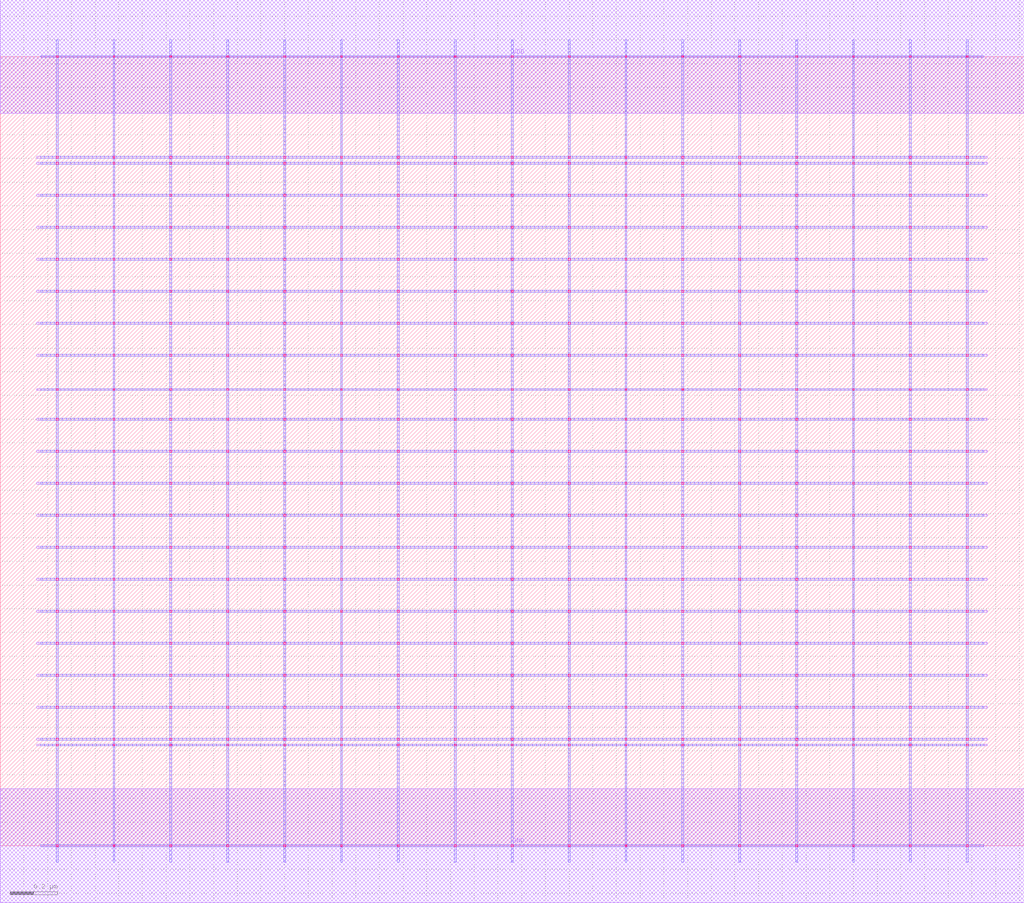
<source format=lef>
MACRO AOI21
 CLASS CORE ;
 FOREIGN AOI21 0 0 ;
 SIZE 4.32 BY 3.33 ;
 ORIGIN 0 0 ;
 SYMMETRY X Y R90 ;
 SITE unit ;
  PIN VDD
   DIRECTION INOUT ;
   USE POWER ;
   SHAPE ABUTMENT ;
    PORT
     CLASS CORE ;
       LAYER li1 ;
        RECT 0.00000000 3.09000000 4.32000000 3.57000000 ;
    END
  END VDD

  PIN GND
   DIRECTION INOUT ;
   USE POWER ;
   SHAPE ABUTMENT ;
    PORT
     CLASS CORE ;
       LAYER li1 ;
        RECT 0.00000000 -0.24000000 4.32000000 0.24000000 ;
    END
  END GND

 OBS
    LAYER polycont ;
     RECT 1.43600000 0.98600000 1.44400000 0.99400000 ;
     RECT 2.87600000 0.98600000 2.88400000 0.99400000 ;
     RECT 1.43600000 1.92100000 1.44400000 1.92900000 ;
     RECT 2.87600000 1.92100000 2.88400000 1.92900000 ;

    LAYER pdiffc ;
     RECT 0.71600000 2.33600000 0.72400000 2.34400000 ;
     RECT 0.95600000 2.33600000 0.96400000 2.34400000 ;
     RECT 1.91600000 2.33600000 1.92400000 2.34400000 ;
     RECT 2.15600000 2.33600000 2.16400000 2.34400000 ;
     RECT 2.39600000 2.33600000 2.40400000 2.34400000 ;
     RECT 3.35600000 2.33600000 3.36400000 2.34400000 ;
     RECT 3.59600000 2.33600000 3.60400000 2.34400000 ;
     RECT 0.71600000 2.47100000 0.72400000 2.47900000 ;
     RECT 0.95600000 2.47100000 0.96400000 2.47900000 ;
     RECT 1.91600000 2.47100000 1.92400000 2.47900000 ;
     RECT 2.15600000 2.47100000 2.16400000 2.47900000 ;
     RECT 2.39600000 2.47100000 2.40400000 2.47900000 ;
     RECT 3.35600000 2.47100000 3.36400000 2.47900000 ;
     RECT 3.59600000 2.47100000 3.60400000 2.47900000 ;
     RECT 0.71600000 2.60600000 0.72400000 2.61400000 ;
     RECT 0.95600000 2.60600000 0.96400000 2.61400000 ;
     RECT 1.91600000 2.60600000 1.92400000 2.61400000 ;
     RECT 2.15600000 2.60600000 2.16400000 2.61400000 ;
     RECT 2.39600000 2.60600000 2.40400000 2.61400000 ;
     RECT 3.35600000 2.60600000 3.36400000 2.61400000 ;
     RECT 3.59600000 2.60600000 3.60400000 2.61400000 ;
     RECT 0.71600000 2.74100000 0.72400000 2.74900000 ;
     RECT 0.95600000 2.74100000 0.96400000 2.74900000 ;
     RECT 1.91600000 2.74100000 1.92400000 2.74900000 ;
     RECT 2.15600000 2.74100000 2.16400000 2.74900000 ;
     RECT 2.39600000 2.74100000 2.40400000 2.74900000 ;
     RECT 3.35600000 2.74100000 3.36400000 2.74900000 ;
     RECT 3.59600000 2.74100000 3.60400000 2.74900000 ;
     RECT 0.71600000 2.87600000 0.72400000 2.88400000 ;
     RECT 0.95600000 2.87600000 0.96400000 2.88400000 ;
     RECT 1.91600000 2.87600000 1.92400000 2.88400000 ;
     RECT 2.15600000 2.87600000 2.16400000 2.88400000 ;
     RECT 2.39600000 2.87600000 2.40400000 2.88400000 ;
     RECT 3.35600000 2.87600000 3.36400000 2.88400000 ;
     RECT 3.59600000 2.87600000 3.60400000 2.88400000 ;
     RECT 0.71600000 2.90100000 0.72400000 2.90900000 ;
     RECT 0.95600000 2.90100000 0.96400000 2.90900000 ;
     RECT 1.91600000 2.90100000 1.92400000 2.90900000 ;
     RECT 2.15600000 2.90100000 2.16400000 2.90900000 ;
     RECT 2.39600000 2.90100000 2.40400000 2.90900000 ;
     RECT 3.35600000 2.90100000 3.36400000 2.90900000 ;
     RECT 3.59600000 2.90100000 3.60400000 2.90900000 ;

    LAYER ndiffc ;
     RECT 0.71600000 0.42100000 0.72400000 0.42900000 ;
     RECT 0.95600000 0.42100000 0.96400000 0.42900000 ;
     RECT 1.91600000 0.42100000 1.92400000 0.42900000 ;
     RECT 2.15600000 0.42100000 2.16400000 0.42900000 ;
     RECT 2.39600000 0.42100000 2.40400000 0.42900000 ;
     RECT 3.35600000 0.42100000 3.36400000 0.42900000 ;
     RECT 3.59600000 0.42100000 3.60400000 0.42900000 ;
     RECT 0.71600000 0.44600000 0.72400000 0.45400000 ;
     RECT 0.95600000 0.44600000 0.96400000 0.45400000 ;
     RECT 1.91600000 0.44600000 1.92400000 0.45400000 ;
     RECT 2.15600000 0.44600000 2.16400000 0.45400000 ;
     RECT 2.39600000 0.44600000 2.40400000 0.45400000 ;
     RECT 3.35600000 0.44600000 3.36400000 0.45400000 ;
     RECT 3.59600000 0.44600000 3.60400000 0.45400000 ;
     RECT 0.71600000 0.58100000 0.72400000 0.58900000 ;
     RECT 0.95600000 0.58100000 0.96400000 0.58900000 ;
     RECT 1.91600000 0.58100000 1.92400000 0.58900000 ;
     RECT 2.15600000 0.58100000 2.16400000 0.58900000 ;
     RECT 2.39600000 0.58100000 2.40400000 0.58900000 ;
     RECT 3.35600000 0.58100000 3.36400000 0.58900000 ;
     RECT 3.59600000 0.58100000 3.60400000 0.58900000 ;

    LAYER li1 ;
     RECT 0.00000000 -0.24000000 4.32000000 0.24000000 ;
     RECT 2.15600000 0.24000000 2.16400000 0.42100000 ;
     RECT 0.15500000 0.42100000 4.16500000 0.42900000 ;
     RECT 2.15600000 0.42900000 2.16400000 0.44600000 ;
     RECT 0.15500000 0.44600000 4.16500000 0.45400000 ;
     RECT 2.15600000 0.45400000 2.16400000 0.58100000 ;
     RECT 0.15500000 0.58100000 4.16500000 0.58900000 ;
     RECT 2.15600000 0.58900000 2.16400000 0.71600000 ;
     RECT 0.15500000 0.71600000 4.16500000 0.72400000 ;
     RECT 2.15600000 0.72400000 2.16400000 0.85100000 ;
     RECT 0.15500000 0.85100000 4.16500000 0.85900000 ;
     RECT 2.15600000 0.85900000 2.16400000 0.98600000 ;
     RECT 0.15500000 0.98600000 4.16500000 0.99400000 ;
     RECT 2.15600000 0.99400000 2.16400000 1.12100000 ;
     RECT 0.15500000 1.12100000 4.16500000 1.12900000 ;
     RECT 2.15600000 1.12900000 2.16400000 1.25600000 ;
     RECT 0.15500000 1.25600000 4.16500000 1.26400000 ;
     RECT 2.15600000 1.26400000 2.16400000 1.39100000 ;
     RECT 0.15500000 1.39100000 4.16500000 1.39900000 ;
     RECT 2.15600000 1.39900000 2.16400000 1.52600000 ;
     RECT 0.15500000 1.52600000 4.16500000 1.53400000 ;
     RECT 2.15600000 1.53400000 2.16400000 1.66100000 ;
     RECT 0.15500000 1.66100000 4.16500000 1.66900000 ;
     RECT 2.15600000 1.66900000 2.16400000 1.79600000 ;
     RECT 0.15500000 1.79600000 4.16500000 1.80400000 ;
     RECT 2.15600000 1.80400000 2.16400000 1.92100000 ;
     RECT 0.15500000 1.92100000 4.16500000 1.92900000 ;
     RECT 2.15600000 1.92900000 2.16400000 2.06600000 ;
     RECT 0.15500000 2.06600000 4.16500000 2.07400000 ;
     RECT 2.15600000 2.07400000 2.16400000 2.20100000 ;
     RECT 0.15500000 2.20100000 4.16500000 2.20900000 ;
     RECT 2.15600000 2.20900000 2.16400000 2.33600000 ;
     RECT 0.15500000 2.33600000 4.16500000 2.34400000 ;
     RECT 2.15600000 2.34400000 2.16400000 2.47100000 ;
     RECT 0.15500000 2.47100000 4.16500000 2.47900000 ;
     RECT 2.15600000 2.47900000 2.16400000 2.60600000 ;
     RECT 0.15500000 2.60600000 4.16500000 2.61400000 ;
     RECT 2.15600000 2.61400000 2.16400000 2.74100000 ;
     RECT 0.15500000 2.74100000 4.16500000 2.74900000 ;
     RECT 2.15600000 2.74900000 2.16400000 2.87600000 ;
     RECT 0.15500000 2.87600000 4.16500000 2.88400000 ;
     RECT 2.15600000 2.88400000 2.16400000 2.90100000 ;
     RECT 0.15500000 2.90100000 4.16500000 2.90900000 ;
     RECT 2.15600000 2.90900000 2.16400000 3.09000000 ;
     RECT 0.00000000 3.09000000 4.32000000 3.57000000 ;
     RECT 2.63600000 1.92900000 2.64400000 2.06600000 ;
     RECT 2.87600000 1.92900000 2.88400000 2.06600000 ;
     RECT 3.11600000 1.92900000 3.12400000 2.06600000 ;
     RECT 3.35600000 1.92900000 3.36400000 2.06600000 ;
     RECT 3.59600000 1.92900000 3.60400000 2.06600000 ;
     RECT 3.83600000 1.92900000 3.84400000 2.06600000 ;
     RECT 4.07600000 1.92900000 4.08400000 2.06600000 ;
     RECT 3.35600000 1.66900000 3.36400000 1.79600000 ;
     RECT 3.59600000 1.66900000 3.60400000 1.79600000 ;
     RECT 2.39600000 2.07400000 2.40400000 2.20100000 ;
     RECT 2.63600000 2.07400000 2.64400000 2.20100000 ;
     RECT 2.87600000 2.07400000 2.88400000 2.20100000 ;
     RECT 3.11600000 2.07400000 3.12400000 2.20100000 ;
     RECT 3.35600000 2.07400000 3.36400000 2.20100000 ;
     RECT 3.59600000 2.07400000 3.60400000 2.20100000 ;
     RECT 3.83600000 2.07400000 3.84400000 2.20100000 ;
     RECT 4.07600000 2.07400000 4.08400000 2.20100000 ;
     RECT 3.83600000 1.66900000 3.84400000 1.79600000 ;
     RECT 4.07600000 1.66900000 4.08400000 1.79600000 ;
     RECT 2.39600000 2.20900000 2.40400000 2.33600000 ;
     RECT 2.63600000 2.20900000 2.64400000 2.33600000 ;
     RECT 2.87600000 2.20900000 2.88400000 2.33600000 ;
     RECT 3.11600000 2.20900000 3.12400000 2.33600000 ;
     RECT 3.35600000 2.20900000 3.36400000 2.33600000 ;
     RECT 3.59600000 2.20900000 3.60400000 2.33600000 ;
     RECT 3.83600000 2.20900000 3.84400000 2.33600000 ;
     RECT 4.07600000 2.20900000 4.08400000 2.33600000 ;
     RECT 2.39600000 1.66900000 2.40400000 1.79600000 ;
     RECT 2.63600000 1.66900000 2.64400000 1.79600000 ;
     RECT 2.39600000 2.34400000 2.40400000 2.47100000 ;
     RECT 2.63600000 2.34400000 2.64400000 2.47100000 ;
     RECT 2.87600000 2.34400000 2.88400000 2.47100000 ;
     RECT 3.11600000 2.34400000 3.12400000 2.47100000 ;
     RECT 3.35600000 2.34400000 3.36400000 2.47100000 ;
     RECT 3.59600000 2.34400000 3.60400000 2.47100000 ;
     RECT 3.83600000 2.34400000 3.84400000 2.47100000 ;
     RECT 4.07600000 2.34400000 4.08400000 2.47100000 ;
     RECT 2.39600000 1.80400000 2.40400000 1.92100000 ;
     RECT 2.63600000 1.80400000 2.64400000 1.92100000 ;
     RECT 2.39600000 2.47900000 2.40400000 2.60600000 ;
     RECT 2.63600000 2.47900000 2.64400000 2.60600000 ;
     RECT 2.87600000 2.47900000 2.88400000 2.60600000 ;
     RECT 3.11600000 2.47900000 3.12400000 2.60600000 ;
     RECT 3.35600000 2.47900000 3.36400000 2.60600000 ;
     RECT 3.59600000 2.47900000 3.60400000 2.60600000 ;
     RECT 3.83600000 2.47900000 3.84400000 2.60600000 ;
     RECT 4.07600000 2.47900000 4.08400000 2.60600000 ;
     RECT 2.87600000 1.80400000 2.88400000 1.92100000 ;
     RECT 3.11600000 1.80400000 3.12400000 1.92100000 ;
     RECT 2.39600000 2.61400000 2.40400000 2.74100000 ;
     RECT 2.63600000 2.61400000 2.64400000 2.74100000 ;
     RECT 2.87600000 2.61400000 2.88400000 2.74100000 ;
     RECT 3.11600000 2.61400000 3.12400000 2.74100000 ;
     RECT 3.35600000 2.61400000 3.36400000 2.74100000 ;
     RECT 3.59600000 2.61400000 3.60400000 2.74100000 ;
     RECT 3.83600000 2.61400000 3.84400000 2.74100000 ;
     RECT 4.07600000 2.61400000 4.08400000 2.74100000 ;
     RECT 3.35600000 1.80400000 3.36400000 1.92100000 ;
     RECT 3.59600000 1.80400000 3.60400000 1.92100000 ;
     RECT 2.39600000 2.74900000 2.40400000 2.87600000 ;
     RECT 2.63600000 2.74900000 2.64400000 2.87600000 ;
     RECT 2.87600000 2.74900000 2.88400000 2.87600000 ;
     RECT 3.11600000 2.74900000 3.12400000 2.87600000 ;
     RECT 3.35600000 2.74900000 3.36400000 2.87600000 ;
     RECT 3.59600000 2.74900000 3.60400000 2.87600000 ;
     RECT 3.83600000 2.74900000 3.84400000 2.87600000 ;
     RECT 4.07600000 2.74900000 4.08400000 2.87600000 ;
     RECT 3.83600000 1.80400000 3.84400000 1.92100000 ;
     RECT 4.07600000 1.80400000 4.08400000 1.92100000 ;
     RECT 2.39600000 2.88400000 2.40400000 2.90100000 ;
     RECT 2.63600000 2.88400000 2.64400000 2.90100000 ;
     RECT 2.87600000 2.88400000 2.88400000 2.90100000 ;
     RECT 3.11600000 2.88400000 3.12400000 2.90100000 ;
     RECT 3.35600000 2.88400000 3.36400000 2.90100000 ;
     RECT 3.59600000 2.88400000 3.60400000 2.90100000 ;
     RECT 3.83600000 2.88400000 3.84400000 2.90100000 ;
     RECT 4.07600000 2.88400000 4.08400000 2.90100000 ;
     RECT 2.87600000 1.66900000 2.88400000 1.79600000 ;
     RECT 3.11600000 1.66900000 3.12400000 1.79600000 ;
     RECT 2.39600000 2.90900000 2.40400000 3.09000000 ;
     RECT 2.63600000 2.90900000 2.64400000 3.09000000 ;
     RECT 2.87600000 2.90900000 2.88400000 3.09000000 ;
     RECT 3.11600000 2.90900000 3.12400000 3.09000000 ;
     RECT 3.35600000 2.90900000 3.36400000 3.09000000 ;
     RECT 3.59600000 2.90900000 3.60400000 3.09000000 ;
     RECT 3.83600000 2.90900000 3.84400000 3.09000000 ;
     RECT 4.07600000 2.90900000 4.08400000 3.09000000 ;
     RECT 2.39600000 1.92900000 2.40400000 2.06600000 ;
     RECT 0.71600000 2.47900000 0.72400000 2.60600000 ;
     RECT 0.95600000 2.47900000 0.96400000 2.60600000 ;
     RECT 1.19600000 2.47900000 1.20400000 2.60600000 ;
     RECT 1.43600000 2.47900000 1.44400000 2.60600000 ;
     RECT 1.67600000 2.47900000 1.68400000 2.60600000 ;
     RECT 1.91600000 2.47900000 1.92400000 2.60600000 ;
     RECT 1.67600000 2.07400000 1.68400000 2.20100000 ;
     RECT 1.91600000 2.07400000 1.92400000 2.20100000 ;
     RECT 1.67600000 1.66900000 1.68400000 1.79600000 ;
     RECT 1.91600000 1.66900000 1.92400000 1.79600000 ;
     RECT 0.23600000 1.66900000 0.24400000 1.79600000 ;
     RECT 0.47600000 1.66900000 0.48400000 1.79600000 ;
     RECT 0.23600000 1.80400000 0.24400000 1.92100000 ;
     RECT 0.47600000 1.80400000 0.48400000 1.92100000 ;
     RECT 0.23600000 1.92900000 0.24400000 2.06600000 ;
     RECT 0.47600000 1.92900000 0.48400000 2.06600000 ;
     RECT 0.23600000 2.61400000 0.24400000 2.74100000 ;
     RECT 0.47600000 2.61400000 0.48400000 2.74100000 ;
     RECT 0.71600000 2.61400000 0.72400000 2.74100000 ;
     RECT 0.95600000 2.61400000 0.96400000 2.74100000 ;
     RECT 1.19600000 2.61400000 1.20400000 2.74100000 ;
     RECT 1.43600000 2.61400000 1.44400000 2.74100000 ;
     RECT 1.67600000 2.61400000 1.68400000 2.74100000 ;
     RECT 1.91600000 2.61400000 1.92400000 2.74100000 ;
     RECT 0.71600000 1.92900000 0.72400000 2.06600000 ;
     RECT 0.95600000 1.92900000 0.96400000 2.06600000 ;
     RECT 0.23600000 2.20900000 0.24400000 2.33600000 ;
     RECT 0.47600000 2.20900000 0.48400000 2.33600000 ;
     RECT 0.71600000 2.20900000 0.72400000 2.33600000 ;
     RECT 0.95600000 2.20900000 0.96400000 2.33600000 ;
     RECT 1.19600000 2.20900000 1.20400000 2.33600000 ;
     RECT 1.43600000 2.20900000 1.44400000 2.33600000 ;
     RECT 1.67600000 2.20900000 1.68400000 2.33600000 ;
     RECT 1.91600000 2.20900000 1.92400000 2.33600000 ;
     RECT 0.23600000 2.74900000 0.24400000 2.87600000 ;
     RECT 0.47600000 2.74900000 0.48400000 2.87600000 ;
     RECT 0.71600000 2.74900000 0.72400000 2.87600000 ;
     RECT 0.95600000 2.74900000 0.96400000 2.87600000 ;
     RECT 1.19600000 2.74900000 1.20400000 2.87600000 ;
     RECT 1.43600000 2.74900000 1.44400000 2.87600000 ;
     RECT 1.67600000 2.74900000 1.68400000 2.87600000 ;
     RECT 1.91600000 2.74900000 1.92400000 2.87600000 ;
     RECT 1.19600000 1.92900000 1.20400000 2.06600000 ;
     RECT 1.43600000 1.92900000 1.44400000 2.06600000 ;
     RECT 1.67600000 1.92900000 1.68400000 2.06600000 ;
     RECT 1.91600000 1.92900000 1.92400000 2.06600000 ;
     RECT 0.71600000 1.80400000 0.72400000 1.92100000 ;
     RECT 0.95600000 1.80400000 0.96400000 1.92100000 ;
     RECT 1.19600000 1.80400000 1.20400000 1.92100000 ;
     RECT 1.43600000 1.80400000 1.44400000 1.92100000 ;
     RECT 1.67600000 1.80400000 1.68400000 1.92100000 ;
     RECT 1.91600000 1.80400000 1.92400000 1.92100000 ;
     RECT 0.23600000 2.88400000 0.24400000 2.90100000 ;
     RECT 0.47600000 2.88400000 0.48400000 2.90100000 ;
     RECT 0.71600000 2.88400000 0.72400000 2.90100000 ;
     RECT 0.95600000 2.88400000 0.96400000 2.90100000 ;
     RECT 1.19600000 2.88400000 1.20400000 2.90100000 ;
     RECT 1.43600000 2.88400000 1.44400000 2.90100000 ;
     RECT 1.67600000 2.88400000 1.68400000 2.90100000 ;
     RECT 1.91600000 2.88400000 1.92400000 2.90100000 ;
     RECT 0.23600000 2.34400000 0.24400000 2.47100000 ;
     RECT 0.47600000 2.34400000 0.48400000 2.47100000 ;
     RECT 0.71600000 2.34400000 0.72400000 2.47100000 ;
     RECT 0.95600000 2.34400000 0.96400000 2.47100000 ;
     RECT 1.19600000 2.34400000 1.20400000 2.47100000 ;
     RECT 1.43600000 2.34400000 1.44400000 2.47100000 ;
     RECT 1.67600000 2.34400000 1.68400000 2.47100000 ;
     RECT 1.91600000 2.34400000 1.92400000 2.47100000 ;
     RECT 0.71600000 1.66900000 0.72400000 1.79600000 ;
     RECT 0.95600000 1.66900000 0.96400000 1.79600000 ;
     RECT 0.23600000 2.90900000 0.24400000 3.09000000 ;
     RECT 0.47600000 2.90900000 0.48400000 3.09000000 ;
     RECT 0.71600000 2.90900000 0.72400000 3.09000000 ;
     RECT 0.95600000 2.90900000 0.96400000 3.09000000 ;
     RECT 1.19600000 2.90900000 1.20400000 3.09000000 ;
     RECT 1.43600000 2.90900000 1.44400000 3.09000000 ;
     RECT 1.67600000 2.90900000 1.68400000 3.09000000 ;
     RECT 1.91600000 2.90900000 1.92400000 3.09000000 ;
     RECT 1.19600000 1.66900000 1.20400000 1.79600000 ;
     RECT 1.43600000 1.66900000 1.44400000 1.79600000 ;
     RECT 0.23600000 2.07400000 0.24400000 2.20100000 ;
     RECT 0.47600000 2.07400000 0.48400000 2.20100000 ;
     RECT 0.71600000 2.07400000 0.72400000 2.20100000 ;
     RECT 0.95600000 2.07400000 0.96400000 2.20100000 ;
     RECT 1.19600000 2.07400000 1.20400000 2.20100000 ;
     RECT 1.43600000 2.07400000 1.44400000 2.20100000 ;
     RECT 0.23600000 2.47900000 0.24400000 2.60600000 ;
     RECT 0.47600000 2.47900000 0.48400000 2.60600000 ;
     RECT 1.19600000 0.72400000 1.20400000 0.85100000 ;
     RECT 1.43600000 0.72400000 1.44400000 0.85100000 ;
     RECT 1.67600000 0.72400000 1.68400000 0.85100000 ;
     RECT 1.91600000 0.72400000 1.92400000 0.85100000 ;
     RECT 0.23600000 0.24000000 0.24400000 0.42100000 ;
     RECT 0.47600000 0.24000000 0.48400000 0.42100000 ;
     RECT 0.23600000 0.85900000 0.24400000 0.98600000 ;
     RECT 0.47600000 0.85900000 0.48400000 0.98600000 ;
     RECT 0.71600000 0.85900000 0.72400000 0.98600000 ;
     RECT 0.95600000 0.85900000 0.96400000 0.98600000 ;
     RECT 1.19600000 0.85900000 1.20400000 0.98600000 ;
     RECT 1.43600000 0.85900000 1.44400000 0.98600000 ;
     RECT 1.67600000 0.85900000 1.68400000 0.98600000 ;
     RECT 1.91600000 0.85900000 1.92400000 0.98600000 ;
     RECT 0.23600000 0.42900000 0.24400000 0.44600000 ;
     RECT 0.47600000 0.42900000 0.48400000 0.44600000 ;
     RECT 0.23600000 0.99400000 0.24400000 1.12100000 ;
     RECT 0.47600000 0.99400000 0.48400000 1.12100000 ;
     RECT 0.71600000 0.99400000 0.72400000 1.12100000 ;
     RECT 0.95600000 0.99400000 0.96400000 1.12100000 ;
     RECT 1.19600000 0.99400000 1.20400000 1.12100000 ;
     RECT 1.43600000 0.99400000 1.44400000 1.12100000 ;
     RECT 1.67600000 0.99400000 1.68400000 1.12100000 ;
     RECT 1.91600000 0.99400000 1.92400000 1.12100000 ;
     RECT 0.71600000 0.42900000 0.72400000 0.44600000 ;
     RECT 0.95600000 0.42900000 0.96400000 0.44600000 ;
     RECT 0.23600000 1.12900000 0.24400000 1.25600000 ;
     RECT 0.47600000 1.12900000 0.48400000 1.25600000 ;
     RECT 0.71600000 1.12900000 0.72400000 1.25600000 ;
     RECT 0.95600000 1.12900000 0.96400000 1.25600000 ;
     RECT 1.19600000 1.12900000 1.20400000 1.25600000 ;
     RECT 1.43600000 1.12900000 1.44400000 1.25600000 ;
     RECT 1.67600000 1.12900000 1.68400000 1.25600000 ;
     RECT 1.91600000 1.12900000 1.92400000 1.25600000 ;
     RECT 1.19600000 0.42900000 1.20400000 0.44600000 ;
     RECT 1.43600000 0.42900000 1.44400000 0.44600000 ;
     RECT 0.23600000 1.26400000 0.24400000 1.39100000 ;
     RECT 0.47600000 1.26400000 0.48400000 1.39100000 ;
     RECT 0.71600000 1.26400000 0.72400000 1.39100000 ;
     RECT 0.95600000 1.26400000 0.96400000 1.39100000 ;
     RECT 1.19600000 1.26400000 1.20400000 1.39100000 ;
     RECT 1.43600000 1.26400000 1.44400000 1.39100000 ;
     RECT 1.67600000 1.26400000 1.68400000 1.39100000 ;
     RECT 1.91600000 1.26400000 1.92400000 1.39100000 ;
     RECT 1.67600000 0.42900000 1.68400000 0.44600000 ;
     RECT 1.91600000 0.42900000 1.92400000 0.44600000 ;
     RECT 0.23600000 1.39900000 0.24400000 1.52600000 ;
     RECT 0.47600000 1.39900000 0.48400000 1.52600000 ;
     RECT 0.71600000 1.39900000 0.72400000 1.52600000 ;
     RECT 0.95600000 1.39900000 0.96400000 1.52600000 ;
     RECT 1.19600000 1.39900000 1.20400000 1.52600000 ;
     RECT 1.43600000 1.39900000 1.44400000 1.52600000 ;
     RECT 1.67600000 1.39900000 1.68400000 1.52600000 ;
     RECT 1.91600000 1.39900000 1.92400000 1.52600000 ;
     RECT 0.71600000 0.24000000 0.72400000 0.42100000 ;
     RECT 0.95600000 0.24000000 0.96400000 0.42100000 ;
     RECT 0.23600000 1.53400000 0.24400000 1.66100000 ;
     RECT 0.47600000 1.53400000 0.48400000 1.66100000 ;
     RECT 0.71600000 1.53400000 0.72400000 1.66100000 ;
     RECT 0.95600000 1.53400000 0.96400000 1.66100000 ;
     RECT 1.19600000 1.53400000 1.20400000 1.66100000 ;
     RECT 1.43600000 1.53400000 1.44400000 1.66100000 ;
     RECT 1.67600000 1.53400000 1.68400000 1.66100000 ;
     RECT 1.91600000 1.53400000 1.92400000 1.66100000 ;
     RECT 0.23600000 0.45400000 0.24400000 0.58100000 ;
     RECT 0.47600000 0.45400000 0.48400000 0.58100000 ;
     RECT 0.71600000 0.45400000 0.72400000 0.58100000 ;
     RECT 0.95600000 0.45400000 0.96400000 0.58100000 ;
     RECT 1.19600000 0.45400000 1.20400000 0.58100000 ;
     RECT 1.43600000 0.45400000 1.44400000 0.58100000 ;
     RECT 1.67600000 0.45400000 1.68400000 0.58100000 ;
     RECT 1.91600000 0.45400000 1.92400000 0.58100000 ;
     RECT 1.19600000 0.24000000 1.20400000 0.42100000 ;
     RECT 1.43600000 0.24000000 1.44400000 0.42100000 ;
     RECT 0.23600000 0.58900000 0.24400000 0.71600000 ;
     RECT 0.47600000 0.58900000 0.48400000 0.71600000 ;
     RECT 0.71600000 0.58900000 0.72400000 0.71600000 ;
     RECT 0.95600000 0.58900000 0.96400000 0.71600000 ;
     RECT 1.19600000 0.58900000 1.20400000 0.71600000 ;
     RECT 1.43600000 0.58900000 1.44400000 0.71600000 ;
     RECT 1.67600000 0.58900000 1.68400000 0.71600000 ;
     RECT 1.91600000 0.58900000 1.92400000 0.71600000 ;
     RECT 1.67600000 0.24000000 1.68400000 0.42100000 ;
     RECT 1.91600000 0.24000000 1.92400000 0.42100000 ;
     RECT 0.23600000 0.72400000 0.24400000 0.85100000 ;
     RECT 0.47600000 0.72400000 0.48400000 0.85100000 ;
     RECT 0.71600000 0.72400000 0.72400000 0.85100000 ;
     RECT 0.95600000 0.72400000 0.96400000 0.85100000 ;
     RECT 2.63600000 0.42900000 2.64400000 0.44600000 ;
     RECT 2.39600000 0.45400000 2.40400000 0.58100000 ;
     RECT 2.63600000 0.45400000 2.64400000 0.58100000 ;
     RECT 2.39600000 1.12900000 2.40400000 1.25600000 ;
     RECT 2.63600000 1.12900000 2.64400000 1.25600000 ;
     RECT 2.87600000 1.12900000 2.88400000 1.25600000 ;
     RECT 3.11600000 1.12900000 3.12400000 1.25600000 ;
     RECT 3.35600000 1.12900000 3.36400000 1.25600000 ;
     RECT 3.59600000 1.12900000 3.60400000 1.25600000 ;
     RECT 3.83600000 1.12900000 3.84400000 1.25600000 ;
     RECT 4.07600000 1.12900000 4.08400000 1.25600000 ;
     RECT 2.87600000 0.45400000 2.88400000 0.58100000 ;
     RECT 3.11600000 0.45400000 3.12400000 0.58100000 ;
     RECT 2.39600000 0.72400000 2.40400000 0.85100000 ;
     RECT 2.63600000 0.72400000 2.64400000 0.85100000 ;
     RECT 2.87600000 0.72400000 2.88400000 0.85100000 ;
     RECT 3.11600000 0.72400000 3.12400000 0.85100000 ;
     RECT 3.35600000 0.72400000 3.36400000 0.85100000 ;
     RECT 3.59600000 0.72400000 3.60400000 0.85100000 ;
     RECT 3.83600000 0.72400000 3.84400000 0.85100000 ;
     RECT 4.07600000 0.72400000 4.08400000 0.85100000 ;
     RECT 2.39600000 1.26400000 2.40400000 1.39100000 ;
     RECT 2.63600000 1.26400000 2.64400000 1.39100000 ;
     RECT 2.87600000 1.26400000 2.88400000 1.39100000 ;
     RECT 3.11600000 1.26400000 3.12400000 1.39100000 ;
     RECT 3.35600000 1.26400000 3.36400000 1.39100000 ;
     RECT 3.59600000 1.26400000 3.60400000 1.39100000 ;
     RECT 3.83600000 1.26400000 3.84400000 1.39100000 ;
     RECT 4.07600000 1.26400000 4.08400000 1.39100000 ;
     RECT 3.35600000 0.45400000 3.36400000 0.58100000 ;
     RECT 3.59600000 0.45400000 3.60400000 0.58100000 ;
     RECT 3.83600000 0.45400000 3.84400000 0.58100000 ;
     RECT 4.07600000 0.45400000 4.08400000 0.58100000 ;
     RECT 2.87600000 0.42900000 2.88400000 0.44600000 ;
     RECT 3.11600000 0.42900000 3.12400000 0.44600000 ;
     RECT 3.35600000 0.42900000 3.36400000 0.44600000 ;
     RECT 3.59600000 0.42900000 3.60400000 0.44600000 ;
     RECT 3.83600000 0.42900000 3.84400000 0.44600000 ;
     RECT 4.07600000 0.42900000 4.08400000 0.44600000 ;
     RECT 2.39600000 1.39900000 2.40400000 1.52600000 ;
     RECT 2.63600000 1.39900000 2.64400000 1.52600000 ;
     RECT 2.87600000 1.39900000 2.88400000 1.52600000 ;
     RECT 3.11600000 1.39900000 3.12400000 1.52600000 ;
     RECT 3.35600000 1.39900000 3.36400000 1.52600000 ;
     RECT 3.59600000 1.39900000 3.60400000 1.52600000 ;
     RECT 3.83600000 1.39900000 3.84400000 1.52600000 ;
     RECT 4.07600000 1.39900000 4.08400000 1.52600000 ;
     RECT 2.39600000 0.85900000 2.40400000 0.98600000 ;
     RECT 2.63600000 0.85900000 2.64400000 0.98600000 ;
     RECT 2.87600000 0.85900000 2.88400000 0.98600000 ;
     RECT 3.11600000 0.85900000 3.12400000 0.98600000 ;
     RECT 3.35600000 0.85900000 3.36400000 0.98600000 ;
     RECT 3.59600000 0.85900000 3.60400000 0.98600000 ;
     RECT 3.83600000 0.85900000 3.84400000 0.98600000 ;
     RECT 4.07600000 0.85900000 4.08400000 0.98600000 ;
     RECT 2.87600000 0.24000000 2.88400000 0.42100000 ;
     RECT 3.11600000 0.24000000 3.12400000 0.42100000 ;
     RECT 2.39600000 1.53400000 2.40400000 1.66100000 ;
     RECT 2.63600000 1.53400000 2.64400000 1.66100000 ;
     RECT 2.87600000 1.53400000 2.88400000 1.66100000 ;
     RECT 3.11600000 1.53400000 3.12400000 1.66100000 ;
     RECT 3.35600000 1.53400000 3.36400000 1.66100000 ;
     RECT 3.59600000 1.53400000 3.60400000 1.66100000 ;
     RECT 3.83600000 1.53400000 3.84400000 1.66100000 ;
     RECT 4.07600000 1.53400000 4.08400000 1.66100000 ;
     RECT 3.35600000 0.24000000 3.36400000 0.42100000 ;
     RECT 3.59600000 0.24000000 3.60400000 0.42100000 ;
     RECT 2.39600000 0.58900000 2.40400000 0.71600000 ;
     RECT 2.63600000 0.58900000 2.64400000 0.71600000 ;
     RECT 2.87600000 0.58900000 2.88400000 0.71600000 ;
     RECT 3.11600000 0.58900000 3.12400000 0.71600000 ;
     RECT 3.35600000 0.58900000 3.36400000 0.71600000 ;
     RECT 3.59600000 0.58900000 3.60400000 0.71600000 ;
     RECT 2.39600000 0.99400000 2.40400000 1.12100000 ;
     RECT 2.63600000 0.99400000 2.64400000 1.12100000 ;
     RECT 2.87600000 0.99400000 2.88400000 1.12100000 ;
     RECT 3.11600000 0.99400000 3.12400000 1.12100000 ;
     RECT 3.35600000 0.99400000 3.36400000 1.12100000 ;
     RECT 3.59600000 0.99400000 3.60400000 1.12100000 ;
     RECT 3.83600000 0.99400000 3.84400000 1.12100000 ;
     RECT 4.07600000 0.99400000 4.08400000 1.12100000 ;
     RECT 3.83600000 0.58900000 3.84400000 0.71600000 ;
     RECT 4.07600000 0.58900000 4.08400000 0.71600000 ;
     RECT 3.83600000 0.24000000 3.84400000 0.42100000 ;
     RECT 4.07600000 0.24000000 4.08400000 0.42100000 ;
     RECT 2.39600000 0.24000000 2.40400000 0.42100000 ;
     RECT 2.63600000 0.24000000 2.64400000 0.42100000 ;
     RECT 2.39600000 0.42900000 2.40400000 0.44600000 ;

    LAYER viali ;
     RECT 2.15600000 -0.00400000 2.16400000 0.00400000 ;
     RECT 2.15600000 0.42100000 2.16400000 0.42900000 ;
     RECT 2.15600000 0.44600000 2.16400000 0.45400000 ;
     RECT 2.15600000 0.58100000 2.16400000 0.58900000 ;
     RECT 2.15600000 0.71600000 2.16400000 0.72400000 ;
     RECT 2.15600000 0.85100000 2.16400000 0.85900000 ;
     RECT 2.15600000 0.98600000 2.16400000 0.99400000 ;
     RECT 2.15600000 1.12100000 2.16400000 1.12900000 ;
     RECT 2.15600000 1.25600000 2.16400000 1.26400000 ;
     RECT 2.15600000 1.39100000 2.16400000 1.39900000 ;
     RECT 2.15600000 1.52600000 2.16400000 1.53400000 ;
     RECT 0.23600000 1.66100000 0.24400000 1.66900000 ;
     RECT 0.47600000 1.66100000 0.48400000 1.66900000 ;
     RECT 0.71600000 1.66100000 0.72400000 1.66900000 ;
     RECT 0.95600000 1.66100000 0.96400000 1.66900000 ;
     RECT 1.19600000 1.66100000 1.20400000 1.66900000 ;
     RECT 1.43600000 1.66100000 1.44400000 1.66900000 ;
     RECT 1.67600000 1.66100000 1.68400000 1.66900000 ;
     RECT 1.91600000 1.66100000 1.92400000 1.66900000 ;
     RECT 2.15600000 1.66100000 2.16400000 1.66900000 ;
     RECT 2.39600000 1.66100000 2.40400000 1.66900000 ;
     RECT 2.63600000 1.66100000 2.64400000 1.66900000 ;
     RECT 2.87600000 1.66100000 2.88400000 1.66900000 ;
     RECT 3.11600000 1.66100000 3.12400000 1.66900000 ;
     RECT 3.35600000 1.66100000 3.36400000 1.66900000 ;
     RECT 3.59600000 1.66100000 3.60400000 1.66900000 ;
     RECT 3.83600000 1.66100000 3.84400000 1.66900000 ;
     RECT 4.07600000 1.66100000 4.08400000 1.66900000 ;
     RECT 2.15600000 1.79600000 2.16400000 1.80400000 ;
     RECT 2.15600000 1.92100000 2.16400000 1.92900000 ;
     RECT 2.15600000 2.06600000 2.16400000 2.07400000 ;
     RECT 2.15600000 2.20100000 2.16400000 2.20900000 ;
     RECT 2.15600000 2.33600000 2.16400000 2.34400000 ;
     RECT 2.15600000 2.47100000 2.16400000 2.47900000 ;
     RECT 2.15600000 2.60600000 2.16400000 2.61400000 ;
     RECT 2.15600000 2.74100000 2.16400000 2.74900000 ;
     RECT 2.15600000 2.87600000 2.16400000 2.88400000 ;
     RECT 2.15600000 2.90100000 2.16400000 2.90900000 ;
     RECT 2.15600000 3.32600000 2.16400000 3.33400000 ;
     RECT 2.63600000 1.92100000 2.64400000 1.92900000 ;
     RECT 2.87600000 1.92100000 2.88400000 1.92900000 ;
     RECT 3.11600000 1.92100000 3.12400000 1.92900000 ;
     RECT 3.35600000 1.92100000 3.36400000 1.92900000 ;
     RECT 3.59600000 1.92100000 3.60400000 1.92900000 ;
     RECT 3.83600000 1.92100000 3.84400000 1.92900000 ;
     RECT 4.07600000 1.92100000 4.08400000 1.92900000 ;
     RECT 2.63600000 1.79600000 2.64400000 1.80400000 ;
     RECT 2.39600000 2.06600000 2.40400000 2.07400000 ;
     RECT 2.63600000 2.06600000 2.64400000 2.07400000 ;
     RECT 2.87600000 2.06600000 2.88400000 2.07400000 ;
     RECT 3.11600000 2.06600000 3.12400000 2.07400000 ;
     RECT 3.35600000 2.06600000 3.36400000 2.07400000 ;
     RECT 3.59600000 2.06600000 3.60400000 2.07400000 ;
     RECT 3.83600000 2.06600000 3.84400000 2.07400000 ;
     RECT 4.07600000 2.06600000 4.08400000 2.07400000 ;
     RECT 2.87600000 1.79600000 2.88400000 1.80400000 ;
     RECT 2.39600000 2.20100000 2.40400000 2.20900000 ;
     RECT 2.63600000 2.20100000 2.64400000 2.20900000 ;
     RECT 2.87600000 2.20100000 2.88400000 2.20900000 ;
     RECT 3.11600000 2.20100000 3.12400000 2.20900000 ;
     RECT 3.35600000 2.20100000 3.36400000 2.20900000 ;
     RECT 3.59600000 2.20100000 3.60400000 2.20900000 ;
     RECT 3.83600000 2.20100000 3.84400000 2.20900000 ;
     RECT 4.07600000 2.20100000 4.08400000 2.20900000 ;
     RECT 3.11600000 1.79600000 3.12400000 1.80400000 ;
     RECT 2.39600000 2.33600000 2.40400000 2.34400000 ;
     RECT 2.63600000 2.33600000 2.64400000 2.34400000 ;
     RECT 2.87600000 2.33600000 2.88400000 2.34400000 ;
     RECT 3.11600000 2.33600000 3.12400000 2.34400000 ;
     RECT 3.35600000 2.33600000 3.36400000 2.34400000 ;
     RECT 3.59600000 2.33600000 3.60400000 2.34400000 ;
     RECT 3.83600000 2.33600000 3.84400000 2.34400000 ;
     RECT 4.07600000 2.33600000 4.08400000 2.34400000 ;
     RECT 3.35600000 1.79600000 3.36400000 1.80400000 ;
     RECT 2.39600000 2.47100000 2.40400000 2.47900000 ;
     RECT 2.63600000 2.47100000 2.64400000 2.47900000 ;
     RECT 2.87600000 2.47100000 2.88400000 2.47900000 ;
     RECT 3.11600000 2.47100000 3.12400000 2.47900000 ;
     RECT 3.35600000 2.47100000 3.36400000 2.47900000 ;
     RECT 3.59600000 2.47100000 3.60400000 2.47900000 ;
     RECT 3.83600000 2.47100000 3.84400000 2.47900000 ;
     RECT 4.07600000 2.47100000 4.08400000 2.47900000 ;
     RECT 3.59600000 1.79600000 3.60400000 1.80400000 ;
     RECT 2.39600000 2.60600000 2.40400000 2.61400000 ;
     RECT 2.63600000 2.60600000 2.64400000 2.61400000 ;
     RECT 2.87600000 2.60600000 2.88400000 2.61400000 ;
     RECT 3.11600000 2.60600000 3.12400000 2.61400000 ;
     RECT 3.35600000 2.60600000 3.36400000 2.61400000 ;
     RECT 3.59600000 2.60600000 3.60400000 2.61400000 ;
     RECT 3.83600000 2.60600000 3.84400000 2.61400000 ;
     RECT 4.07600000 2.60600000 4.08400000 2.61400000 ;
     RECT 3.83600000 1.79600000 3.84400000 1.80400000 ;
     RECT 2.39600000 2.74100000 2.40400000 2.74900000 ;
     RECT 2.63600000 2.74100000 2.64400000 2.74900000 ;
     RECT 2.87600000 2.74100000 2.88400000 2.74900000 ;
     RECT 3.11600000 2.74100000 3.12400000 2.74900000 ;
     RECT 3.35600000 2.74100000 3.36400000 2.74900000 ;
     RECT 3.59600000 2.74100000 3.60400000 2.74900000 ;
     RECT 3.83600000 2.74100000 3.84400000 2.74900000 ;
     RECT 4.07600000 2.74100000 4.08400000 2.74900000 ;
     RECT 4.07600000 1.79600000 4.08400000 1.80400000 ;
     RECT 2.39600000 2.87600000 2.40400000 2.88400000 ;
     RECT 2.63600000 2.87600000 2.64400000 2.88400000 ;
     RECT 2.87600000 2.87600000 2.88400000 2.88400000 ;
     RECT 3.11600000 2.87600000 3.12400000 2.88400000 ;
     RECT 3.35600000 2.87600000 3.36400000 2.88400000 ;
     RECT 3.59600000 2.87600000 3.60400000 2.88400000 ;
     RECT 3.83600000 2.87600000 3.84400000 2.88400000 ;
     RECT 4.07600000 2.87600000 4.08400000 2.88400000 ;
     RECT 2.39600000 1.79600000 2.40400000 1.80400000 ;
     RECT 2.39600000 2.90100000 2.40400000 2.90900000 ;
     RECT 2.63600000 2.90100000 2.64400000 2.90900000 ;
     RECT 2.87600000 2.90100000 2.88400000 2.90900000 ;
     RECT 3.11600000 2.90100000 3.12400000 2.90900000 ;
     RECT 3.35600000 2.90100000 3.36400000 2.90900000 ;
     RECT 3.59600000 2.90100000 3.60400000 2.90900000 ;
     RECT 3.83600000 2.90100000 3.84400000 2.90900000 ;
     RECT 4.07600000 2.90100000 4.08400000 2.90900000 ;
     RECT 2.39600000 1.92100000 2.40400000 1.92900000 ;
     RECT 2.39600000 3.32600000 2.40400000 3.33400000 ;
     RECT 2.63600000 3.32600000 2.64400000 3.33400000 ;
     RECT 2.87600000 3.32600000 2.88400000 3.33400000 ;
     RECT 3.11600000 3.32600000 3.12400000 3.33400000 ;
     RECT 3.35600000 3.32600000 3.36400000 3.33400000 ;
     RECT 3.59600000 3.32600000 3.60400000 3.33400000 ;
     RECT 3.83600000 3.32600000 3.84400000 3.33400000 ;
     RECT 4.07600000 3.32600000 4.08400000 3.33400000 ;
     RECT 0.23600000 2.20100000 0.24400000 2.20900000 ;
     RECT 0.47600000 2.20100000 0.48400000 2.20900000 ;
     RECT 0.71600000 2.20100000 0.72400000 2.20900000 ;
     RECT 0.23600000 2.60600000 0.24400000 2.61400000 ;
     RECT 0.47600000 2.60600000 0.48400000 2.61400000 ;
     RECT 0.71600000 2.60600000 0.72400000 2.61400000 ;
     RECT 0.95600000 2.60600000 0.96400000 2.61400000 ;
     RECT 1.19600000 2.60600000 1.20400000 2.61400000 ;
     RECT 1.43600000 2.60600000 1.44400000 2.61400000 ;
     RECT 1.67600000 2.60600000 1.68400000 2.61400000 ;
     RECT 1.91600000 2.60600000 1.92400000 2.61400000 ;
     RECT 0.95600000 2.20100000 0.96400000 2.20900000 ;
     RECT 1.19600000 2.20100000 1.20400000 2.20900000 ;
     RECT 1.43600000 2.20100000 1.44400000 2.20900000 ;
     RECT 1.67600000 2.20100000 1.68400000 2.20900000 ;
     RECT 1.91600000 2.20100000 1.92400000 2.20900000 ;
     RECT 0.95600000 1.79600000 0.96400000 1.80400000 ;
     RECT 1.19600000 1.79600000 1.20400000 1.80400000 ;
     RECT 1.43600000 1.79600000 1.44400000 1.80400000 ;
     RECT 1.67600000 1.79600000 1.68400000 1.80400000 ;
     RECT 0.23600000 2.74100000 0.24400000 2.74900000 ;
     RECT 0.47600000 2.74100000 0.48400000 2.74900000 ;
     RECT 0.71600000 2.74100000 0.72400000 2.74900000 ;
     RECT 0.95600000 2.74100000 0.96400000 2.74900000 ;
     RECT 1.19600000 2.74100000 1.20400000 2.74900000 ;
     RECT 1.43600000 2.74100000 1.44400000 2.74900000 ;
     RECT 1.67600000 2.74100000 1.68400000 2.74900000 ;
     RECT 1.91600000 2.74100000 1.92400000 2.74900000 ;
     RECT 1.91600000 1.79600000 1.92400000 1.80400000 ;
     RECT 0.23600000 1.79600000 0.24400000 1.80400000 ;
     RECT 0.23600000 1.92100000 0.24400000 1.92900000 ;
     RECT 0.23600000 2.06600000 0.24400000 2.07400000 ;
     RECT 0.47600000 2.06600000 0.48400000 2.07400000 ;
     RECT 0.23600000 2.33600000 0.24400000 2.34400000 ;
     RECT 0.47600000 2.33600000 0.48400000 2.34400000 ;
     RECT 0.71600000 2.33600000 0.72400000 2.34400000 ;
     RECT 0.95600000 2.33600000 0.96400000 2.34400000 ;
     RECT 0.23600000 2.87600000 0.24400000 2.88400000 ;
     RECT 0.47600000 2.87600000 0.48400000 2.88400000 ;
     RECT 0.71600000 2.87600000 0.72400000 2.88400000 ;
     RECT 0.95600000 2.87600000 0.96400000 2.88400000 ;
     RECT 1.19600000 2.87600000 1.20400000 2.88400000 ;
     RECT 1.43600000 2.87600000 1.44400000 2.88400000 ;
     RECT 1.67600000 2.87600000 1.68400000 2.88400000 ;
     RECT 1.91600000 2.87600000 1.92400000 2.88400000 ;
     RECT 1.19600000 2.33600000 1.20400000 2.34400000 ;
     RECT 1.43600000 2.33600000 1.44400000 2.34400000 ;
     RECT 1.67600000 2.33600000 1.68400000 2.34400000 ;
     RECT 1.91600000 2.33600000 1.92400000 2.34400000 ;
     RECT 0.71600000 2.06600000 0.72400000 2.07400000 ;
     RECT 0.95600000 2.06600000 0.96400000 2.07400000 ;
     RECT 1.19600000 2.06600000 1.20400000 2.07400000 ;
     RECT 1.43600000 2.06600000 1.44400000 2.07400000 ;
     RECT 1.67600000 2.06600000 1.68400000 2.07400000 ;
     RECT 0.23600000 2.90100000 0.24400000 2.90900000 ;
     RECT 0.47600000 2.90100000 0.48400000 2.90900000 ;
     RECT 0.71600000 2.90100000 0.72400000 2.90900000 ;
     RECT 0.95600000 2.90100000 0.96400000 2.90900000 ;
     RECT 1.19600000 2.90100000 1.20400000 2.90900000 ;
     RECT 1.43600000 2.90100000 1.44400000 2.90900000 ;
     RECT 1.67600000 2.90100000 1.68400000 2.90900000 ;
     RECT 1.91600000 2.90100000 1.92400000 2.90900000 ;
     RECT 1.91600000 2.06600000 1.92400000 2.07400000 ;
     RECT 0.47600000 1.92100000 0.48400000 1.92900000 ;
     RECT 0.71600000 1.92100000 0.72400000 1.92900000 ;
     RECT 0.95600000 1.92100000 0.96400000 1.92900000 ;
     RECT 0.23600000 2.47100000 0.24400000 2.47900000 ;
     RECT 0.47600000 2.47100000 0.48400000 2.47900000 ;
     RECT 0.71600000 2.47100000 0.72400000 2.47900000 ;
     RECT 0.95600000 2.47100000 0.96400000 2.47900000 ;
     RECT 1.19600000 2.47100000 1.20400000 2.47900000 ;
     RECT 0.23600000 3.32600000 0.24400000 3.33400000 ;
     RECT 0.47600000 3.32600000 0.48400000 3.33400000 ;
     RECT 0.71600000 3.32600000 0.72400000 3.33400000 ;
     RECT 0.95600000 3.32600000 0.96400000 3.33400000 ;
     RECT 1.19600000 3.32600000 1.20400000 3.33400000 ;
     RECT 1.43600000 3.32600000 1.44400000 3.33400000 ;
     RECT 1.67600000 3.32600000 1.68400000 3.33400000 ;
     RECT 1.91600000 3.32600000 1.92400000 3.33400000 ;
     RECT 1.43600000 2.47100000 1.44400000 2.47900000 ;
     RECT 1.67600000 2.47100000 1.68400000 2.47900000 ;
     RECT 1.91600000 2.47100000 1.92400000 2.47900000 ;
     RECT 1.19600000 1.92100000 1.20400000 1.92900000 ;
     RECT 1.43600000 1.92100000 1.44400000 1.92900000 ;
     RECT 1.67600000 1.92100000 1.68400000 1.92900000 ;
     RECT 1.91600000 1.92100000 1.92400000 1.92900000 ;
     RECT 0.47600000 1.79600000 0.48400000 1.80400000 ;
     RECT 0.71600000 1.79600000 0.72400000 1.80400000 ;
     RECT 0.95600000 0.71600000 0.96400000 0.72400000 ;
     RECT 1.19600000 0.71600000 1.20400000 0.72400000 ;
     RECT 1.43600000 0.71600000 1.44400000 0.72400000 ;
     RECT 1.67600000 0.71600000 1.68400000 0.72400000 ;
     RECT 1.91600000 0.71600000 1.92400000 0.72400000 ;
     RECT 1.19600000 -0.00400000 1.20400000 0.00400000 ;
     RECT 0.23600000 0.85100000 0.24400000 0.85900000 ;
     RECT 0.47600000 0.85100000 0.48400000 0.85900000 ;
     RECT 0.71600000 0.85100000 0.72400000 0.85900000 ;
     RECT 0.95600000 0.85100000 0.96400000 0.85900000 ;
     RECT 1.19600000 0.85100000 1.20400000 0.85900000 ;
     RECT 1.43600000 0.85100000 1.44400000 0.85900000 ;
     RECT 1.67600000 0.85100000 1.68400000 0.85900000 ;
     RECT 1.91600000 0.85100000 1.92400000 0.85900000 ;
     RECT 1.43600000 -0.00400000 1.44400000 0.00400000 ;
     RECT 0.23600000 0.98600000 0.24400000 0.99400000 ;
     RECT 0.47600000 0.98600000 0.48400000 0.99400000 ;
     RECT 0.71600000 0.98600000 0.72400000 0.99400000 ;
     RECT 0.95600000 0.98600000 0.96400000 0.99400000 ;
     RECT 1.19600000 0.98600000 1.20400000 0.99400000 ;
     RECT 1.43600000 0.98600000 1.44400000 0.99400000 ;
     RECT 1.67600000 0.98600000 1.68400000 0.99400000 ;
     RECT 1.91600000 0.98600000 1.92400000 0.99400000 ;
     RECT 1.67600000 -0.00400000 1.68400000 0.00400000 ;
     RECT 0.23600000 1.12100000 0.24400000 1.12900000 ;
     RECT 0.47600000 1.12100000 0.48400000 1.12900000 ;
     RECT 0.71600000 1.12100000 0.72400000 1.12900000 ;
     RECT 0.95600000 1.12100000 0.96400000 1.12900000 ;
     RECT 1.19600000 1.12100000 1.20400000 1.12900000 ;
     RECT 1.43600000 1.12100000 1.44400000 1.12900000 ;
     RECT 1.67600000 1.12100000 1.68400000 1.12900000 ;
     RECT 1.91600000 1.12100000 1.92400000 1.12900000 ;
     RECT 1.91600000 -0.00400000 1.92400000 0.00400000 ;
     RECT 0.23600000 1.25600000 0.24400000 1.26400000 ;
     RECT 0.47600000 1.25600000 0.48400000 1.26400000 ;
     RECT 0.71600000 1.25600000 0.72400000 1.26400000 ;
     RECT 0.95600000 1.25600000 0.96400000 1.26400000 ;
     RECT 1.19600000 1.25600000 1.20400000 1.26400000 ;
     RECT 1.43600000 1.25600000 1.44400000 1.26400000 ;
     RECT 1.67600000 1.25600000 1.68400000 1.26400000 ;
     RECT 1.91600000 1.25600000 1.92400000 1.26400000 ;
     RECT 0.23600000 -0.00400000 0.24400000 0.00400000 ;
     RECT 0.23600000 1.39100000 0.24400000 1.39900000 ;
     RECT 0.47600000 1.39100000 0.48400000 1.39900000 ;
     RECT 0.71600000 1.39100000 0.72400000 1.39900000 ;
     RECT 0.95600000 1.39100000 0.96400000 1.39900000 ;
     RECT 1.19600000 1.39100000 1.20400000 1.39900000 ;
     RECT 1.43600000 1.39100000 1.44400000 1.39900000 ;
     RECT 1.67600000 1.39100000 1.68400000 1.39900000 ;
     RECT 1.91600000 1.39100000 1.92400000 1.39900000 ;
     RECT 0.23600000 0.42100000 0.24400000 0.42900000 ;
     RECT 0.23600000 1.52600000 0.24400000 1.53400000 ;
     RECT 0.47600000 1.52600000 0.48400000 1.53400000 ;
     RECT 0.71600000 1.52600000 0.72400000 1.53400000 ;
     RECT 0.95600000 1.52600000 0.96400000 1.53400000 ;
     RECT 1.19600000 1.52600000 1.20400000 1.53400000 ;
     RECT 1.43600000 1.52600000 1.44400000 1.53400000 ;
     RECT 1.67600000 1.52600000 1.68400000 1.53400000 ;
     RECT 1.91600000 1.52600000 1.92400000 1.53400000 ;
     RECT 0.47600000 0.42100000 0.48400000 0.42900000 ;
     RECT 0.71600000 0.42100000 0.72400000 0.42900000 ;
     RECT 0.95600000 0.42100000 0.96400000 0.42900000 ;
     RECT 1.19600000 0.42100000 1.20400000 0.42900000 ;
     RECT 1.43600000 0.42100000 1.44400000 0.42900000 ;
     RECT 1.67600000 0.42100000 1.68400000 0.42900000 ;
     RECT 1.91600000 0.42100000 1.92400000 0.42900000 ;
     RECT 0.47600000 -0.00400000 0.48400000 0.00400000 ;
     RECT 0.23600000 0.44600000 0.24400000 0.45400000 ;
     RECT 0.47600000 0.44600000 0.48400000 0.45400000 ;
     RECT 0.71600000 0.44600000 0.72400000 0.45400000 ;
     RECT 0.95600000 0.44600000 0.96400000 0.45400000 ;
     RECT 1.19600000 0.44600000 1.20400000 0.45400000 ;
     RECT 1.43600000 0.44600000 1.44400000 0.45400000 ;
     RECT 1.67600000 0.44600000 1.68400000 0.45400000 ;
     RECT 1.91600000 0.44600000 1.92400000 0.45400000 ;
     RECT 0.71600000 -0.00400000 0.72400000 0.00400000 ;
     RECT 0.23600000 0.58100000 0.24400000 0.58900000 ;
     RECT 0.47600000 0.58100000 0.48400000 0.58900000 ;
     RECT 0.71600000 0.58100000 0.72400000 0.58900000 ;
     RECT 0.95600000 0.58100000 0.96400000 0.58900000 ;
     RECT 1.19600000 0.58100000 1.20400000 0.58900000 ;
     RECT 1.43600000 0.58100000 1.44400000 0.58900000 ;
     RECT 1.67600000 0.58100000 1.68400000 0.58900000 ;
     RECT 1.91600000 0.58100000 1.92400000 0.58900000 ;
     RECT 0.95600000 -0.00400000 0.96400000 0.00400000 ;
     RECT 0.23600000 0.71600000 0.24400000 0.72400000 ;
     RECT 0.47600000 0.71600000 0.48400000 0.72400000 ;
     RECT 0.71600000 0.71600000 0.72400000 0.72400000 ;
     RECT 3.83600000 -0.00400000 3.84400000 0.00400000 ;
     RECT 2.39600000 1.12100000 2.40400000 1.12900000 ;
     RECT 2.63600000 1.12100000 2.64400000 1.12900000 ;
     RECT 2.87600000 1.12100000 2.88400000 1.12900000 ;
     RECT 3.11600000 1.12100000 3.12400000 1.12900000 ;
     RECT 3.35600000 1.12100000 3.36400000 1.12900000 ;
     RECT 3.59600000 1.12100000 3.60400000 1.12900000 ;
     RECT 3.83600000 1.12100000 3.84400000 1.12900000 ;
     RECT 4.07600000 1.12100000 4.08400000 1.12900000 ;
     RECT 4.07600000 -0.00400000 4.08400000 0.00400000 ;
     RECT 2.39600000 -0.00400000 2.40400000 0.00400000 ;
     RECT 2.39600000 0.42100000 2.40400000 0.42900000 ;
     RECT 2.39600000 0.44600000 2.40400000 0.45400000 ;
     RECT 2.63600000 0.44600000 2.64400000 0.45400000 ;
     RECT 2.39600000 0.71600000 2.40400000 0.72400000 ;
     RECT 2.63600000 0.71600000 2.64400000 0.72400000 ;
     RECT 2.87600000 0.71600000 2.88400000 0.72400000 ;
     RECT 3.11600000 0.71600000 3.12400000 0.72400000 ;
     RECT 2.39600000 1.25600000 2.40400000 1.26400000 ;
     RECT 2.63600000 1.25600000 2.64400000 1.26400000 ;
     RECT 2.87600000 1.25600000 2.88400000 1.26400000 ;
     RECT 3.11600000 1.25600000 3.12400000 1.26400000 ;
     RECT 3.35600000 1.25600000 3.36400000 1.26400000 ;
     RECT 3.59600000 1.25600000 3.60400000 1.26400000 ;
     RECT 3.83600000 1.25600000 3.84400000 1.26400000 ;
     RECT 4.07600000 1.25600000 4.08400000 1.26400000 ;
     RECT 3.35600000 0.71600000 3.36400000 0.72400000 ;
     RECT 3.59600000 0.71600000 3.60400000 0.72400000 ;
     RECT 3.83600000 0.71600000 3.84400000 0.72400000 ;
     RECT 4.07600000 0.71600000 4.08400000 0.72400000 ;
     RECT 2.87600000 0.44600000 2.88400000 0.45400000 ;
     RECT 3.11600000 0.44600000 3.12400000 0.45400000 ;
     RECT 3.35600000 0.44600000 3.36400000 0.45400000 ;
     RECT 3.59600000 0.44600000 3.60400000 0.45400000 ;
     RECT 3.83600000 0.44600000 3.84400000 0.45400000 ;
     RECT 2.39600000 1.39100000 2.40400000 1.39900000 ;
     RECT 2.63600000 1.39100000 2.64400000 1.39900000 ;
     RECT 2.87600000 1.39100000 2.88400000 1.39900000 ;
     RECT 3.11600000 1.39100000 3.12400000 1.39900000 ;
     RECT 3.35600000 1.39100000 3.36400000 1.39900000 ;
     RECT 3.59600000 1.39100000 3.60400000 1.39900000 ;
     RECT 3.83600000 1.39100000 3.84400000 1.39900000 ;
     RECT 4.07600000 1.39100000 4.08400000 1.39900000 ;
     RECT 4.07600000 0.44600000 4.08400000 0.45400000 ;
     RECT 2.63600000 0.42100000 2.64400000 0.42900000 ;
     RECT 2.87600000 0.42100000 2.88400000 0.42900000 ;
     RECT 3.11600000 0.42100000 3.12400000 0.42900000 ;
     RECT 2.39600000 0.85100000 2.40400000 0.85900000 ;
     RECT 2.63600000 0.85100000 2.64400000 0.85900000 ;
     RECT 2.87600000 0.85100000 2.88400000 0.85900000 ;
     RECT 3.11600000 0.85100000 3.12400000 0.85900000 ;
     RECT 3.35600000 0.85100000 3.36400000 0.85900000 ;
     RECT 2.39600000 1.52600000 2.40400000 1.53400000 ;
     RECT 2.63600000 1.52600000 2.64400000 1.53400000 ;
     RECT 2.87600000 1.52600000 2.88400000 1.53400000 ;
     RECT 3.11600000 1.52600000 3.12400000 1.53400000 ;
     RECT 3.35600000 1.52600000 3.36400000 1.53400000 ;
     RECT 3.59600000 1.52600000 3.60400000 1.53400000 ;
     RECT 3.83600000 1.52600000 3.84400000 1.53400000 ;
     RECT 4.07600000 1.52600000 4.08400000 1.53400000 ;
     RECT 3.59600000 0.85100000 3.60400000 0.85900000 ;
     RECT 3.83600000 0.85100000 3.84400000 0.85900000 ;
     RECT 4.07600000 0.85100000 4.08400000 0.85900000 ;
     RECT 3.35600000 0.42100000 3.36400000 0.42900000 ;
     RECT 3.59600000 0.42100000 3.60400000 0.42900000 ;
     RECT 3.83600000 0.42100000 3.84400000 0.42900000 ;
     RECT 4.07600000 0.42100000 4.08400000 0.42900000 ;
     RECT 2.63600000 -0.00400000 2.64400000 0.00400000 ;
     RECT 2.87600000 -0.00400000 2.88400000 0.00400000 ;
     RECT 2.39600000 0.58100000 2.40400000 0.58900000 ;
     RECT 2.63600000 0.58100000 2.64400000 0.58900000 ;
     RECT 2.87600000 0.58100000 2.88400000 0.58900000 ;
     RECT 2.39600000 0.98600000 2.40400000 0.99400000 ;
     RECT 2.63600000 0.98600000 2.64400000 0.99400000 ;
     RECT 2.87600000 0.98600000 2.88400000 0.99400000 ;
     RECT 3.11600000 0.98600000 3.12400000 0.99400000 ;
     RECT 3.35600000 0.98600000 3.36400000 0.99400000 ;
     RECT 3.59600000 0.98600000 3.60400000 0.99400000 ;
     RECT 3.83600000 0.98600000 3.84400000 0.99400000 ;
     RECT 4.07600000 0.98600000 4.08400000 0.99400000 ;
     RECT 3.11600000 0.58100000 3.12400000 0.58900000 ;
     RECT 3.35600000 0.58100000 3.36400000 0.58900000 ;
     RECT 3.59600000 0.58100000 3.60400000 0.58900000 ;
     RECT 3.83600000 0.58100000 3.84400000 0.58900000 ;
     RECT 4.07600000 0.58100000 4.08400000 0.58900000 ;
     RECT 3.11600000 -0.00400000 3.12400000 0.00400000 ;
     RECT 3.35600000 -0.00400000 3.36400000 0.00400000 ;
     RECT 3.59600000 -0.00400000 3.60400000 0.00400000 ;

    LAYER met1 ;
     RECT 2.15600000 -0.07000000 2.16400000 -0.00400000 ;
     RECT 0.17000000 -0.00400000 4.15000000 0.00400000 ;
     RECT 2.15600000 0.00400000 2.16400000 0.42100000 ;
     RECT 0.17000000 0.42100000 4.15000000 0.42900000 ;
     RECT 2.15600000 0.42900000 2.16400000 0.44600000 ;
     RECT 0.17000000 0.44600000 4.15000000 0.45400000 ;
     RECT 2.15600000 0.45400000 2.16400000 0.58100000 ;
     RECT 0.17000000 0.58100000 4.15000000 0.58900000 ;
     RECT 2.15600000 0.58900000 2.16400000 0.71600000 ;
     RECT 0.17000000 0.71600000 4.15000000 0.72400000 ;
     RECT 2.15600000 0.72400000 2.16400000 0.85100000 ;
     RECT 0.17000000 0.85100000 4.15000000 0.85900000 ;
     RECT 2.15600000 0.85900000 2.16400000 0.98600000 ;
     RECT 0.17000000 0.98600000 4.15000000 0.99400000 ;
     RECT 2.15600000 0.99400000 2.16400000 1.12100000 ;
     RECT 0.17000000 1.12100000 4.15000000 1.12900000 ;
     RECT 2.15600000 1.12900000 2.16400000 1.25600000 ;
     RECT 0.17000000 1.25600000 4.15000000 1.26400000 ;
     RECT 2.15600000 1.26400000 2.16400000 1.39100000 ;
     RECT 0.17000000 1.39100000 4.15000000 1.39900000 ;
     RECT 2.15600000 1.39900000 2.16400000 1.52600000 ;
     RECT 0.17000000 1.52600000 4.15000000 1.53400000 ;
     RECT 2.15600000 1.53400000 2.16400000 1.66100000 ;
     RECT 0.17000000 1.66100000 4.15000000 1.66900000 ;
     RECT 2.15600000 1.66900000 2.16400000 1.79600000 ;
     RECT 0.17000000 1.79600000 4.15000000 1.80400000 ;
     RECT 2.15600000 1.80400000 2.16400000 1.92100000 ;
     RECT 0.17000000 1.92100000 4.15000000 1.92900000 ;
     RECT 2.15600000 1.92900000 2.16400000 2.06600000 ;
     RECT 0.17000000 2.06600000 4.15000000 2.07400000 ;
     RECT 2.15600000 2.07400000 2.16400000 2.20100000 ;
     RECT 0.17000000 2.20100000 4.15000000 2.20900000 ;
     RECT 2.15600000 2.20900000 2.16400000 2.33600000 ;
     RECT 0.17000000 2.33600000 4.15000000 2.34400000 ;
     RECT 2.15600000 2.34400000 2.16400000 2.47100000 ;
     RECT 0.17000000 2.47100000 4.15000000 2.47900000 ;
     RECT 2.15600000 2.47900000 2.16400000 2.60600000 ;
     RECT 0.17000000 2.60600000 4.15000000 2.61400000 ;
     RECT 2.15600000 2.61400000 2.16400000 2.74100000 ;
     RECT 0.17000000 2.74100000 4.15000000 2.74900000 ;
     RECT 2.15600000 2.74900000 2.16400000 2.87600000 ;
     RECT 0.17000000 2.87600000 4.15000000 2.88400000 ;
     RECT 2.15600000 2.88400000 2.16400000 2.90100000 ;
     RECT 0.17000000 2.90100000 4.15000000 2.90900000 ;
     RECT 2.15600000 2.90900000 2.16400000 3.32600000 ;
     RECT 0.17000000 3.32600000 4.15000000 3.33400000 ;
     RECT 2.15600000 3.33400000 2.16400000 3.40000000 ;
     RECT 2.87600000 1.92900000 2.88400000 2.06600000 ;
     RECT 3.11600000 1.92900000 3.12400000 2.06600000 ;
     RECT 3.35600000 1.92900000 3.36400000 2.06600000 ;
     RECT 3.59600000 1.92900000 3.60400000 2.06600000 ;
     RECT 3.83600000 1.92900000 3.84400000 2.06600000 ;
     RECT 4.07600000 1.92900000 4.08400000 2.06600000 ;
     RECT 3.35600000 1.66900000 3.36400000 1.79600000 ;
     RECT 3.59600000 1.66900000 3.60400000 1.79600000 ;
     RECT 2.39600000 2.07400000 2.40400000 2.20100000 ;
     RECT 2.63600000 2.07400000 2.64400000 2.20100000 ;
     RECT 2.87600000 2.07400000 2.88400000 2.20100000 ;
     RECT 3.11600000 2.07400000 3.12400000 2.20100000 ;
     RECT 3.35600000 2.07400000 3.36400000 2.20100000 ;
     RECT 3.59600000 2.07400000 3.60400000 2.20100000 ;
     RECT 3.83600000 2.07400000 3.84400000 2.20100000 ;
     RECT 4.07600000 2.07400000 4.08400000 2.20100000 ;
     RECT 3.83600000 1.66900000 3.84400000 1.79600000 ;
     RECT 4.07600000 1.66900000 4.08400000 1.79600000 ;
     RECT 2.39600000 2.20900000 2.40400000 2.33600000 ;
     RECT 2.63600000 2.20900000 2.64400000 2.33600000 ;
     RECT 2.87600000 2.20900000 2.88400000 2.33600000 ;
     RECT 3.11600000 2.20900000 3.12400000 2.33600000 ;
     RECT 3.35600000 2.20900000 3.36400000 2.33600000 ;
     RECT 3.59600000 2.20900000 3.60400000 2.33600000 ;
     RECT 3.83600000 2.20900000 3.84400000 2.33600000 ;
     RECT 4.07600000 2.20900000 4.08400000 2.33600000 ;
     RECT 2.39600000 1.66900000 2.40400000 1.79600000 ;
     RECT 2.63600000 1.66900000 2.64400000 1.79600000 ;
     RECT 2.39600000 2.34400000 2.40400000 2.47100000 ;
     RECT 2.63600000 2.34400000 2.64400000 2.47100000 ;
     RECT 2.87600000 2.34400000 2.88400000 2.47100000 ;
     RECT 3.11600000 2.34400000 3.12400000 2.47100000 ;
     RECT 3.35600000 2.34400000 3.36400000 2.47100000 ;
     RECT 3.59600000 2.34400000 3.60400000 2.47100000 ;
     RECT 3.83600000 2.34400000 3.84400000 2.47100000 ;
     RECT 4.07600000 2.34400000 4.08400000 2.47100000 ;
     RECT 2.39600000 1.80400000 2.40400000 1.92100000 ;
     RECT 2.63600000 1.80400000 2.64400000 1.92100000 ;
     RECT 2.39600000 2.47900000 2.40400000 2.60600000 ;
     RECT 2.63600000 2.47900000 2.64400000 2.60600000 ;
     RECT 2.87600000 2.47900000 2.88400000 2.60600000 ;
     RECT 3.11600000 2.47900000 3.12400000 2.60600000 ;
     RECT 3.35600000 2.47900000 3.36400000 2.60600000 ;
     RECT 3.59600000 2.47900000 3.60400000 2.60600000 ;
     RECT 3.83600000 2.47900000 3.84400000 2.60600000 ;
     RECT 4.07600000 2.47900000 4.08400000 2.60600000 ;
     RECT 2.87600000 1.80400000 2.88400000 1.92100000 ;
     RECT 3.11600000 1.80400000 3.12400000 1.92100000 ;
     RECT 2.39600000 2.61400000 2.40400000 2.74100000 ;
     RECT 2.63600000 2.61400000 2.64400000 2.74100000 ;
     RECT 2.87600000 2.61400000 2.88400000 2.74100000 ;
     RECT 3.11600000 2.61400000 3.12400000 2.74100000 ;
     RECT 3.35600000 2.61400000 3.36400000 2.74100000 ;
     RECT 3.59600000 2.61400000 3.60400000 2.74100000 ;
     RECT 3.83600000 2.61400000 3.84400000 2.74100000 ;
     RECT 4.07600000 2.61400000 4.08400000 2.74100000 ;
     RECT 3.35600000 1.80400000 3.36400000 1.92100000 ;
     RECT 3.59600000 1.80400000 3.60400000 1.92100000 ;
     RECT 2.39600000 2.74900000 2.40400000 2.87600000 ;
     RECT 2.63600000 2.74900000 2.64400000 2.87600000 ;
     RECT 2.87600000 2.74900000 2.88400000 2.87600000 ;
     RECT 3.11600000 2.74900000 3.12400000 2.87600000 ;
     RECT 3.35600000 2.74900000 3.36400000 2.87600000 ;
     RECT 3.59600000 2.74900000 3.60400000 2.87600000 ;
     RECT 3.83600000 2.74900000 3.84400000 2.87600000 ;
     RECT 4.07600000 2.74900000 4.08400000 2.87600000 ;
     RECT 3.83600000 1.80400000 3.84400000 1.92100000 ;
     RECT 4.07600000 1.80400000 4.08400000 1.92100000 ;
     RECT 2.39600000 2.88400000 2.40400000 2.90100000 ;
     RECT 2.63600000 2.88400000 2.64400000 2.90100000 ;
     RECT 2.87600000 2.88400000 2.88400000 2.90100000 ;
     RECT 3.11600000 2.88400000 3.12400000 2.90100000 ;
     RECT 3.35600000 2.88400000 3.36400000 2.90100000 ;
     RECT 3.59600000 2.88400000 3.60400000 2.90100000 ;
     RECT 3.83600000 2.88400000 3.84400000 2.90100000 ;
     RECT 4.07600000 2.88400000 4.08400000 2.90100000 ;
     RECT 2.87600000 1.66900000 2.88400000 1.79600000 ;
     RECT 3.11600000 1.66900000 3.12400000 1.79600000 ;
     RECT 2.39600000 2.90900000 2.40400000 3.32600000 ;
     RECT 2.63600000 2.90900000 2.64400000 3.32600000 ;
     RECT 2.87600000 2.90900000 2.88400000 3.32600000 ;
     RECT 3.11600000 2.90900000 3.12400000 3.32600000 ;
     RECT 3.35600000 2.90900000 3.36400000 3.32600000 ;
     RECT 3.59600000 2.90900000 3.60400000 3.32600000 ;
     RECT 3.83600000 2.90900000 3.84400000 3.32600000 ;
     RECT 4.07600000 2.90900000 4.08400000 3.32600000 ;
     RECT 2.39600000 1.92900000 2.40400000 2.06600000 ;
     RECT 2.63600000 1.92900000 2.64400000 2.06600000 ;
     RECT 2.39600000 3.33400000 2.40400000 3.40000000 ;
     RECT 2.63600000 3.33400000 2.64400000 3.40000000 ;
     RECT 2.87600000 3.33400000 2.88400000 3.40000000 ;
     RECT 3.11600000 3.33400000 3.12400000 3.40000000 ;
     RECT 3.35600000 3.33400000 3.36400000 3.40000000 ;
     RECT 3.59600000 3.33400000 3.60400000 3.40000000 ;
     RECT 3.83600000 3.33400000 3.84400000 3.40000000 ;
     RECT 4.07600000 3.33400000 4.08400000 3.40000000 ;
     RECT 1.91600000 1.66900000 1.92400000 1.79600000 ;
     RECT 0.23600000 1.66900000 0.24400000 1.79600000 ;
     RECT 0.47600000 1.66900000 0.48400000 1.79600000 ;
     RECT 0.23600000 1.80400000 0.24400000 1.92100000 ;
     RECT 0.47600000 1.80400000 0.48400000 1.92100000 ;
     RECT 0.23600000 1.92900000 0.24400000 2.06600000 ;
     RECT 0.47600000 1.92900000 0.48400000 2.06600000 ;
     RECT 0.23600000 2.61400000 0.24400000 2.74100000 ;
     RECT 0.47600000 2.61400000 0.48400000 2.74100000 ;
     RECT 0.71600000 2.61400000 0.72400000 2.74100000 ;
     RECT 0.95600000 2.61400000 0.96400000 2.74100000 ;
     RECT 1.19600000 2.61400000 1.20400000 2.74100000 ;
     RECT 1.43600000 2.61400000 1.44400000 2.74100000 ;
     RECT 1.67600000 2.61400000 1.68400000 2.74100000 ;
     RECT 1.91600000 2.61400000 1.92400000 2.74100000 ;
     RECT 0.71600000 1.92900000 0.72400000 2.06600000 ;
     RECT 0.95600000 1.92900000 0.96400000 2.06600000 ;
     RECT 0.23600000 2.20900000 0.24400000 2.33600000 ;
     RECT 0.47600000 2.20900000 0.48400000 2.33600000 ;
     RECT 0.71600000 2.20900000 0.72400000 2.33600000 ;
     RECT 0.95600000 2.20900000 0.96400000 2.33600000 ;
     RECT 1.19600000 2.20900000 1.20400000 2.33600000 ;
     RECT 1.43600000 2.20900000 1.44400000 2.33600000 ;
     RECT 1.67600000 2.20900000 1.68400000 2.33600000 ;
     RECT 1.91600000 2.20900000 1.92400000 2.33600000 ;
     RECT 0.23600000 2.74900000 0.24400000 2.87600000 ;
     RECT 0.47600000 2.74900000 0.48400000 2.87600000 ;
     RECT 0.71600000 2.74900000 0.72400000 2.87600000 ;
     RECT 0.95600000 2.74900000 0.96400000 2.87600000 ;
     RECT 1.19600000 2.74900000 1.20400000 2.87600000 ;
     RECT 1.43600000 2.74900000 1.44400000 2.87600000 ;
     RECT 1.67600000 2.74900000 1.68400000 2.87600000 ;
     RECT 1.91600000 2.74900000 1.92400000 2.87600000 ;
     RECT 1.19600000 1.92900000 1.20400000 2.06600000 ;
     RECT 1.43600000 1.92900000 1.44400000 2.06600000 ;
     RECT 1.67600000 1.92900000 1.68400000 2.06600000 ;
     RECT 1.91600000 1.92900000 1.92400000 2.06600000 ;
     RECT 0.71600000 1.80400000 0.72400000 1.92100000 ;
     RECT 0.95600000 1.80400000 0.96400000 1.92100000 ;
     RECT 1.19600000 1.80400000 1.20400000 1.92100000 ;
     RECT 1.43600000 1.80400000 1.44400000 1.92100000 ;
     RECT 1.67600000 1.80400000 1.68400000 1.92100000 ;
     RECT 1.91600000 1.80400000 1.92400000 1.92100000 ;
     RECT 0.23600000 2.88400000 0.24400000 2.90100000 ;
     RECT 0.47600000 2.88400000 0.48400000 2.90100000 ;
     RECT 0.71600000 2.88400000 0.72400000 2.90100000 ;
     RECT 0.95600000 2.88400000 0.96400000 2.90100000 ;
     RECT 1.19600000 2.88400000 1.20400000 2.90100000 ;
     RECT 1.43600000 2.88400000 1.44400000 2.90100000 ;
     RECT 1.67600000 2.88400000 1.68400000 2.90100000 ;
     RECT 1.91600000 2.88400000 1.92400000 2.90100000 ;
     RECT 0.23600000 2.34400000 0.24400000 2.47100000 ;
     RECT 0.47600000 2.34400000 0.48400000 2.47100000 ;
     RECT 0.71600000 2.34400000 0.72400000 2.47100000 ;
     RECT 0.95600000 2.34400000 0.96400000 2.47100000 ;
     RECT 1.19600000 2.34400000 1.20400000 2.47100000 ;
     RECT 1.43600000 2.34400000 1.44400000 2.47100000 ;
     RECT 1.67600000 2.34400000 1.68400000 2.47100000 ;
     RECT 1.91600000 2.34400000 1.92400000 2.47100000 ;
     RECT 0.71600000 1.66900000 0.72400000 1.79600000 ;
     RECT 0.95600000 1.66900000 0.96400000 1.79600000 ;
     RECT 0.23600000 2.90900000 0.24400000 3.32600000 ;
     RECT 0.47600000 2.90900000 0.48400000 3.32600000 ;
     RECT 0.71600000 2.90900000 0.72400000 3.32600000 ;
     RECT 0.95600000 2.90900000 0.96400000 3.32600000 ;
     RECT 1.19600000 2.90900000 1.20400000 3.32600000 ;
     RECT 1.43600000 2.90900000 1.44400000 3.32600000 ;
     RECT 1.67600000 2.90900000 1.68400000 3.32600000 ;
     RECT 1.91600000 2.90900000 1.92400000 3.32600000 ;
     RECT 1.19600000 1.66900000 1.20400000 1.79600000 ;
     RECT 1.43600000 1.66900000 1.44400000 1.79600000 ;
     RECT 0.23600000 2.07400000 0.24400000 2.20100000 ;
     RECT 0.47600000 2.07400000 0.48400000 2.20100000 ;
     RECT 0.71600000 2.07400000 0.72400000 2.20100000 ;
     RECT 0.95600000 2.07400000 0.96400000 2.20100000 ;
     RECT 1.19600000 2.07400000 1.20400000 2.20100000 ;
     RECT 1.43600000 2.07400000 1.44400000 2.20100000 ;
     RECT 0.23600000 2.47900000 0.24400000 2.60600000 ;
     RECT 0.47600000 2.47900000 0.48400000 2.60600000 ;
     RECT 0.23600000 3.33400000 0.24400000 3.40000000 ;
     RECT 0.47600000 3.33400000 0.48400000 3.40000000 ;
     RECT 0.71600000 3.33400000 0.72400000 3.40000000 ;
     RECT 0.95600000 3.33400000 0.96400000 3.40000000 ;
     RECT 1.19600000 3.33400000 1.20400000 3.40000000 ;
     RECT 1.43600000 3.33400000 1.44400000 3.40000000 ;
     RECT 1.67600000 3.33400000 1.68400000 3.40000000 ;
     RECT 1.91600000 3.33400000 1.92400000 3.40000000 ;
     RECT 0.71600000 2.47900000 0.72400000 2.60600000 ;
     RECT 0.95600000 2.47900000 0.96400000 2.60600000 ;
     RECT 1.19600000 2.47900000 1.20400000 2.60600000 ;
     RECT 1.43600000 2.47900000 1.44400000 2.60600000 ;
     RECT 1.67600000 2.47900000 1.68400000 2.60600000 ;
     RECT 1.91600000 2.47900000 1.92400000 2.60600000 ;
     RECT 1.67600000 2.07400000 1.68400000 2.20100000 ;
     RECT 1.91600000 2.07400000 1.92400000 2.20100000 ;
     RECT 1.67600000 1.66900000 1.68400000 1.79600000 ;
     RECT 1.91600000 0.58900000 1.92400000 0.71600000 ;
     RECT 0.23600000 -0.07000000 0.24400000 -0.00400000 ;
     RECT 0.47600000 -0.07000000 0.48400000 -0.00400000 ;
     RECT 0.23600000 0.72400000 0.24400000 0.85100000 ;
     RECT 0.47600000 0.72400000 0.48400000 0.85100000 ;
     RECT 0.71600000 0.72400000 0.72400000 0.85100000 ;
     RECT 0.95600000 0.72400000 0.96400000 0.85100000 ;
     RECT 1.19600000 0.72400000 1.20400000 0.85100000 ;
     RECT 1.43600000 0.72400000 1.44400000 0.85100000 ;
     RECT 1.67600000 0.72400000 1.68400000 0.85100000 ;
     RECT 1.91600000 0.72400000 1.92400000 0.85100000 ;
     RECT 0.23600000 0.00400000 0.24400000 0.42100000 ;
     RECT 0.47600000 0.00400000 0.48400000 0.42100000 ;
     RECT 0.23600000 0.85900000 0.24400000 0.98600000 ;
     RECT 0.47600000 0.85900000 0.48400000 0.98600000 ;
     RECT 0.71600000 0.85900000 0.72400000 0.98600000 ;
     RECT 0.95600000 0.85900000 0.96400000 0.98600000 ;
     RECT 1.19600000 0.85900000 1.20400000 0.98600000 ;
     RECT 1.43600000 0.85900000 1.44400000 0.98600000 ;
     RECT 1.67600000 0.85900000 1.68400000 0.98600000 ;
     RECT 1.91600000 0.85900000 1.92400000 0.98600000 ;
     RECT 0.71600000 0.00400000 0.72400000 0.42100000 ;
     RECT 0.95600000 0.00400000 0.96400000 0.42100000 ;
     RECT 0.23600000 0.99400000 0.24400000 1.12100000 ;
     RECT 0.47600000 0.99400000 0.48400000 1.12100000 ;
     RECT 0.71600000 0.99400000 0.72400000 1.12100000 ;
     RECT 0.95600000 0.99400000 0.96400000 1.12100000 ;
     RECT 1.19600000 0.99400000 1.20400000 1.12100000 ;
     RECT 1.43600000 0.99400000 1.44400000 1.12100000 ;
     RECT 1.67600000 0.99400000 1.68400000 1.12100000 ;
     RECT 1.91600000 0.99400000 1.92400000 1.12100000 ;
     RECT 1.19600000 0.00400000 1.20400000 0.42100000 ;
     RECT 1.43600000 0.00400000 1.44400000 0.42100000 ;
     RECT 0.23600000 1.12900000 0.24400000 1.25600000 ;
     RECT 0.47600000 1.12900000 0.48400000 1.25600000 ;
     RECT 0.71600000 1.12900000 0.72400000 1.25600000 ;
     RECT 0.95600000 1.12900000 0.96400000 1.25600000 ;
     RECT 1.19600000 1.12900000 1.20400000 1.25600000 ;
     RECT 1.43600000 1.12900000 1.44400000 1.25600000 ;
     RECT 1.67600000 1.12900000 1.68400000 1.25600000 ;
     RECT 1.91600000 1.12900000 1.92400000 1.25600000 ;
     RECT 1.67600000 0.00400000 1.68400000 0.42100000 ;
     RECT 1.91600000 0.00400000 1.92400000 0.42100000 ;
     RECT 0.23600000 1.26400000 0.24400000 1.39100000 ;
     RECT 0.47600000 1.26400000 0.48400000 1.39100000 ;
     RECT 0.71600000 1.26400000 0.72400000 1.39100000 ;
     RECT 0.95600000 1.26400000 0.96400000 1.39100000 ;
     RECT 1.19600000 1.26400000 1.20400000 1.39100000 ;
     RECT 1.43600000 1.26400000 1.44400000 1.39100000 ;
     RECT 1.67600000 1.26400000 1.68400000 1.39100000 ;
     RECT 1.91600000 1.26400000 1.92400000 1.39100000 ;
     RECT 0.71600000 -0.07000000 0.72400000 -0.00400000 ;
     RECT 0.95600000 -0.07000000 0.96400000 -0.00400000 ;
     RECT 0.23600000 1.39900000 0.24400000 1.52600000 ;
     RECT 0.47600000 1.39900000 0.48400000 1.52600000 ;
     RECT 0.71600000 1.39900000 0.72400000 1.52600000 ;
     RECT 0.95600000 1.39900000 0.96400000 1.52600000 ;
     RECT 1.19600000 1.39900000 1.20400000 1.52600000 ;
     RECT 1.43600000 1.39900000 1.44400000 1.52600000 ;
     RECT 1.67600000 1.39900000 1.68400000 1.52600000 ;
     RECT 1.91600000 1.39900000 1.92400000 1.52600000 ;
     RECT 0.23600000 0.42900000 0.24400000 0.44600000 ;
     RECT 0.47600000 0.42900000 0.48400000 0.44600000 ;
     RECT 0.23600000 1.53400000 0.24400000 1.66100000 ;
     RECT 0.47600000 1.53400000 0.48400000 1.66100000 ;
     RECT 0.71600000 1.53400000 0.72400000 1.66100000 ;
     RECT 0.95600000 1.53400000 0.96400000 1.66100000 ;
     RECT 1.19600000 1.53400000 1.20400000 1.66100000 ;
     RECT 1.43600000 1.53400000 1.44400000 1.66100000 ;
     RECT 1.67600000 1.53400000 1.68400000 1.66100000 ;
     RECT 1.91600000 1.53400000 1.92400000 1.66100000 ;
     RECT 0.71600000 0.42900000 0.72400000 0.44600000 ;
     RECT 0.95600000 0.42900000 0.96400000 0.44600000 ;
     RECT 1.19600000 0.42900000 1.20400000 0.44600000 ;
     RECT 1.43600000 0.42900000 1.44400000 0.44600000 ;
     RECT 1.67600000 0.42900000 1.68400000 0.44600000 ;
     RECT 1.91600000 0.42900000 1.92400000 0.44600000 ;
     RECT 1.19600000 -0.07000000 1.20400000 -0.00400000 ;
     RECT 1.43600000 -0.07000000 1.44400000 -0.00400000 ;
     RECT 0.23600000 0.45400000 0.24400000 0.58100000 ;
     RECT 0.47600000 0.45400000 0.48400000 0.58100000 ;
     RECT 0.71600000 0.45400000 0.72400000 0.58100000 ;
     RECT 0.95600000 0.45400000 0.96400000 0.58100000 ;
     RECT 1.19600000 0.45400000 1.20400000 0.58100000 ;
     RECT 1.43600000 0.45400000 1.44400000 0.58100000 ;
     RECT 1.67600000 0.45400000 1.68400000 0.58100000 ;
     RECT 1.91600000 0.45400000 1.92400000 0.58100000 ;
     RECT 1.67600000 -0.07000000 1.68400000 -0.00400000 ;
     RECT 1.91600000 -0.07000000 1.92400000 -0.00400000 ;
     RECT 0.23600000 0.58900000 0.24400000 0.71600000 ;
     RECT 0.47600000 0.58900000 0.48400000 0.71600000 ;
     RECT 0.71600000 0.58900000 0.72400000 0.71600000 ;
     RECT 0.95600000 0.58900000 0.96400000 0.71600000 ;
     RECT 1.19600000 0.58900000 1.20400000 0.71600000 ;
     RECT 1.43600000 0.58900000 1.44400000 0.71600000 ;
     RECT 1.67600000 0.58900000 1.68400000 0.71600000 ;
     RECT 2.87600000 0.42900000 2.88400000 0.44600000 ;
     RECT 3.11600000 0.42900000 3.12400000 0.44600000 ;
     RECT 2.39600000 0.58900000 2.40400000 0.71600000 ;
     RECT 2.63600000 0.58900000 2.64400000 0.71600000 ;
     RECT 2.87600000 0.58900000 2.88400000 0.71600000 ;
     RECT 3.11600000 0.58900000 3.12400000 0.71600000 ;
     RECT 3.35600000 0.58900000 3.36400000 0.71600000 ;
     RECT 3.59600000 0.58900000 3.60400000 0.71600000 ;
     RECT 3.83600000 0.58900000 3.84400000 0.71600000 ;
     RECT 4.07600000 0.58900000 4.08400000 0.71600000 ;
     RECT 2.39600000 1.12900000 2.40400000 1.25600000 ;
     RECT 2.63600000 1.12900000 2.64400000 1.25600000 ;
     RECT 2.87600000 1.12900000 2.88400000 1.25600000 ;
     RECT 3.11600000 1.12900000 3.12400000 1.25600000 ;
     RECT 3.35600000 1.12900000 3.36400000 1.25600000 ;
     RECT 3.59600000 1.12900000 3.60400000 1.25600000 ;
     RECT 3.83600000 1.12900000 3.84400000 1.25600000 ;
     RECT 4.07600000 1.12900000 4.08400000 1.25600000 ;
     RECT 3.35600000 0.42900000 3.36400000 0.44600000 ;
     RECT 3.59600000 0.42900000 3.60400000 0.44600000 ;
     RECT 3.83600000 0.42900000 3.84400000 0.44600000 ;
     RECT 4.07600000 0.42900000 4.08400000 0.44600000 ;
     RECT 2.87600000 0.00400000 2.88400000 0.42100000 ;
     RECT 3.11600000 0.00400000 3.12400000 0.42100000 ;
     RECT 3.35600000 0.00400000 3.36400000 0.42100000 ;
     RECT 3.59600000 0.00400000 3.60400000 0.42100000 ;
     RECT 3.83600000 0.00400000 3.84400000 0.42100000 ;
     RECT 4.07600000 0.00400000 4.08400000 0.42100000 ;
     RECT 2.39600000 1.26400000 2.40400000 1.39100000 ;
     RECT 2.63600000 1.26400000 2.64400000 1.39100000 ;
     RECT 2.87600000 1.26400000 2.88400000 1.39100000 ;
     RECT 3.11600000 1.26400000 3.12400000 1.39100000 ;
     RECT 3.35600000 1.26400000 3.36400000 1.39100000 ;
     RECT 3.59600000 1.26400000 3.60400000 1.39100000 ;
     RECT 3.83600000 1.26400000 3.84400000 1.39100000 ;
     RECT 4.07600000 1.26400000 4.08400000 1.39100000 ;
     RECT 2.39600000 0.72400000 2.40400000 0.85100000 ;
     RECT 2.63600000 0.72400000 2.64400000 0.85100000 ;
     RECT 2.87600000 0.72400000 2.88400000 0.85100000 ;
     RECT 3.11600000 0.72400000 3.12400000 0.85100000 ;
     RECT 3.35600000 0.72400000 3.36400000 0.85100000 ;
     RECT 3.59600000 0.72400000 3.60400000 0.85100000 ;
     RECT 3.83600000 0.72400000 3.84400000 0.85100000 ;
     RECT 4.07600000 0.72400000 4.08400000 0.85100000 ;
     RECT 2.87600000 -0.07000000 2.88400000 -0.00400000 ;
     RECT 3.11600000 -0.07000000 3.12400000 -0.00400000 ;
     RECT 2.39600000 1.39900000 2.40400000 1.52600000 ;
     RECT 2.63600000 1.39900000 2.64400000 1.52600000 ;
     RECT 2.87600000 1.39900000 2.88400000 1.52600000 ;
     RECT 3.11600000 1.39900000 3.12400000 1.52600000 ;
     RECT 3.35600000 1.39900000 3.36400000 1.52600000 ;
     RECT 3.59600000 1.39900000 3.60400000 1.52600000 ;
     RECT 3.83600000 1.39900000 3.84400000 1.52600000 ;
     RECT 4.07600000 1.39900000 4.08400000 1.52600000 ;
     RECT 3.35600000 -0.07000000 3.36400000 -0.00400000 ;
     RECT 3.59600000 -0.07000000 3.60400000 -0.00400000 ;
     RECT 2.39600000 0.45400000 2.40400000 0.58100000 ;
     RECT 2.63600000 0.45400000 2.64400000 0.58100000 ;
     RECT 2.87600000 0.45400000 2.88400000 0.58100000 ;
     RECT 3.11600000 0.45400000 3.12400000 0.58100000 ;
     RECT 3.35600000 0.45400000 3.36400000 0.58100000 ;
     RECT 3.59600000 0.45400000 3.60400000 0.58100000 ;
     RECT 2.39600000 0.85900000 2.40400000 0.98600000 ;
     RECT 2.63600000 0.85900000 2.64400000 0.98600000 ;
     RECT 2.39600000 1.53400000 2.40400000 1.66100000 ;
     RECT 2.63600000 1.53400000 2.64400000 1.66100000 ;
     RECT 2.87600000 1.53400000 2.88400000 1.66100000 ;
     RECT 3.11600000 1.53400000 3.12400000 1.66100000 ;
     RECT 3.35600000 1.53400000 3.36400000 1.66100000 ;
     RECT 3.59600000 1.53400000 3.60400000 1.66100000 ;
     RECT 3.83600000 1.53400000 3.84400000 1.66100000 ;
     RECT 4.07600000 1.53400000 4.08400000 1.66100000 ;
     RECT 2.87600000 0.85900000 2.88400000 0.98600000 ;
     RECT 3.11600000 0.85900000 3.12400000 0.98600000 ;
     RECT 3.35600000 0.85900000 3.36400000 0.98600000 ;
     RECT 3.59600000 0.85900000 3.60400000 0.98600000 ;
     RECT 3.83600000 0.85900000 3.84400000 0.98600000 ;
     RECT 4.07600000 0.85900000 4.08400000 0.98600000 ;
     RECT 3.83600000 0.45400000 3.84400000 0.58100000 ;
     RECT 4.07600000 0.45400000 4.08400000 0.58100000 ;
     RECT 3.83600000 -0.07000000 3.84400000 -0.00400000 ;
     RECT 4.07600000 -0.07000000 4.08400000 -0.00400000 ;
     RECT 2.39600000 -0.07000000 2.40400000 -0.00400000 ;
     RECT 2.63600000 -0.07000000 2.64400000 -0.00400000 ;
     RECT 2.39600000 0.00400000 2.40400000 0.42100000 ;
     RECT 2.63600000 0.00400000 2.64400000 0.42100000 ;
     RECT 2.39600000 0.42900000 2.40400000 0.44600000 ;
     RECT 2.63600000 0.42900000 2.64400000 0.44600000 ;
     RECT 2.39600000 0.99400000 2.40400000 1.12100000 ;
     RECT 2.63600000 0.99400000 2.64400000 1.12100000 ;
     RECT 2.87600000 0.99400000 2.88400000 1.12100000 ;
     RECT 3.11600000 0.99400000 3.12400000 1.12100000 ;
     RECT 3.35600000 0.99400000 3.36400000 1.12100000 ;
     RECT 3.59600000 0.99400000 3.60400000 1.12100000 ;
     RECT 3.83600000 0.99400000 3.84400000 1.12100000 ;
     RECT 4.07600000 0.99400000 4.08400000 1.12100000 ;

 END
END AOI21

</source>
